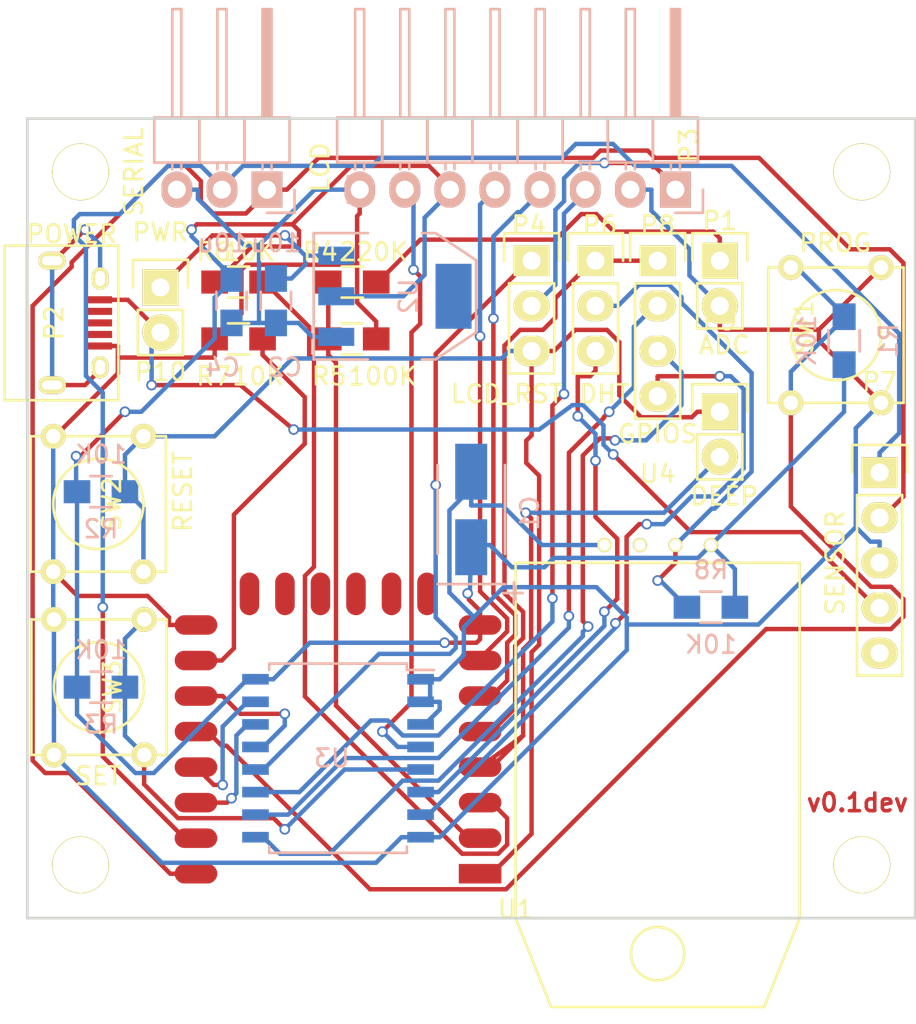
<source format=kicad_pcb>
(kicad_pcb (version 20171130) (host pcbnew "(5.1.12)-1")

  (general
    (thickness 1.6)
    (drawings 5)
    (tracks 546)
    (zones 0)
    (modules 32)
    (nets 42)
  )

  (page A4)
  (layers
    (0 F.Cu signal)
    (31 B.Cu signal)
    (32 B.Adhes user)
    (33 F.Adhes user)
    (34 B.Paste user)
    (35 F.Paste user)
    (36 B.SilkS user)
    (37 F.SilkS user)
    (38 B.Mask user)
    (39 F.Mask user)
    (40 Dwgs.User user)
    (41 Cmts.User user)
    (42 Eco1.User user)
    (43 Eco2.User user)
    (44 Edge.Cuts user)
    (45 Margin user)
    (46 B.CrtYd user)
    (47 F.CrtYd user)
    (48 B.Fab user)
    (49 F.Fab user)
  )

  (setup
    (last_trace_width 0.25)
    (trace_clearance 0.2)
    (zone_clearance 0.45)
    (zone_45_only no)
    (trace_min 0.2)
    (via_size 0.6)
    (via_drill 0.4)
    (via_min_size 0.4)
    (via_min_drill 0.3)
    (uvia_size 0.3)
    (uvia_drill 0.1)
    (uvias_allowed no)
    (uvia_min_size 0.2)
    (uvia_min_drill 0.1)
    (edge_width 0.15)
    (segment_width 0.2)
    (pcb_text_width 0.3)
    (pcb_text_size 1.5 1.5)
    (mod_edge_width 0.15)
    (mod_text_size 1 1)
    (mod_text_width 0.15)
    (pad_size 1.524 1.524)
    (pad_drill 0.762)
    (pad_to_mask_clearance 0.2)
    (aux_axis_origin 0 0)
    (visible_elements 7FFFFFFF)
    (pcbplotparams
      (layerselection 0x010f0_ffffffff)
      (usegerberextensions true)
      (usegerberattributes true)
      (usegerberadvancedattributes true)
      (creategerberjobfile true)
      (excludeedgelayer true)
      (linewidth 0.100000)
      (plotframeref false)
      (viasonmask false)
      (mode 1)
      (useauxorigin false)
      (hpglpennumber 1)
      (hpglpenspeed 20)
      (hpglpendiameter 15.000000)
      (psnegative false)
      (psa4output false)
      (plotreference true)
      (plotvalue true)
      (plotinvisibletext false)
      (padsonsilk false)
      (subtractmaskfromsilk false)
      (outputformat 1)
      (mirror false)
      (drillshape 0)
      (scaleselection 1)
      (outputdirectory "GERBERS/"))
  )

  (net 0 "")
  (net 1 +3V3)
  (net 2 GND)
  (net 3 +5V)
  (net 4 "Net-(P1-Pad1)")
  (net 5 "Net-(P2-Pad6)")
  (net 6 "Net-(P3-Pad1)")
  (net 7 "Net-(P3-Pad3)")
  (net 8 "Net-(P3-Pad4)")
  (net 9 "Net-(P3-Pad5)")
  (net 10 LIGHT)
  (net 11 "Net-(P4-Pad1)")
  (net 12 RESET)
  (net 13 TX)
  (net 14 RX)
  (net 15 DHT_GPIO)
  (net 16 "Net-(P6-Pad2)")
  (net 17 DHT_EXT)
  (net 18 ADC)
  (net 19 P5)
  (net 20 P4)
  (net 21 P3)
  (net 22 PROG)
  (net 23 SET)
  (net 24 "Net-(R6-Pad1)")
  (net 25 "Net-(R7-Pad1)")
  (net 26 "Net-(U1-Pad17)")
  (net 27 "Net-(U1-Pad19)")
  (net 28 "Net-(U1-Pad20)")
  (net 29 GPIO16)
  (net 30 "Net-(C2-Pad1)")
  (net 31 "Net-(P2-Pad2)")
  (net 32 "Net-(P2-Pad3)")
  (net 33 "Net-(P2-Pad4)")
  (net 34 "Net-(P7-Pad5)")
  (net 35 "Net-(U1-Pad9)")
  (net 36 "Net-(U1-Pad10)")
  (net 37 "Net-(U1-Pad11)")
  (net 38 "Net-(U1-Pad12)")
  (net 39 "Net-(U1-Pad13)")
  (net 40 "Net-(U1-Pad14)")
  (net 41 "Net-(U4-Pad3)")

  (net_class Default "This is the default net class."
    (clearance 0.2)
    (trace_width 0.25)
    (via_dia 0.6)
    (via_drill 0.4)
    (uvia_dia 0.3)
    (uvia_drill 0.1)
    (add_net +3V3)
    (add_net +5V)
    (add_net ADC)
    (add_net DHT_EXT)
    (add_net DHT_GPIO)
    (add_net GND)
    (add_net GPIO16)
    (add_net LIGHT)
    (add_net "Net-(C2-Pad1)")
    (add_net "Net-(P1-Pad1)")
    (add_net "Net-(P2-Pad2)")
    (add_net "Net-(P2-Pad3)")
    (add_net "Net-(P2-Pad4)")
    (add_net "Net-(P2-Pad6)")
    (add_net "Net-(P3-Pad1)")
    (add_net "Net-(P3-Pad3)")
    (add_net "Net-(P3-Pad4)")
    (add_net "Net-(P3-Pad5)")
    (add_net "Net-(P4-Pad1)")
    (add_net "Net-(P6-Pad2)")
    (add_net "Net-(P7-Pad5)")
    (add_net "Net-(R6-Pad1)")
    (add_net "Net-(R7-Pad1)")
    (add_net "Net-(U1-Pad10)")
    (add_net "Net-(U1-Pad11)")
    (add_net "Net-(U1-Pad12)")
    (add_net "Net-(U1-Pad13)")
    (add_net "Net-(U1-Pad14)")
    (add_net "Net-(U1-Pad17)")
    (add_net "Net-(U1-Pad19)")
    (add_net "Net-(U1-Pad20)")
    (add_net "Net-(U1-Pad9)")
    (add_net "Net-(U4-Pad3)")
    (add_net P3)
    (add_net P4)
    (add_net P5)
    (add_net PROG)
    (add_net RESET)
    (add_net RX)
    (add_net SET)
    (add_net TX)
  )

  (module Capacitors_SMD:C_0805_HandSoldering (layer B.Cu) (tedit 56EECAC3) (tstamp 56EC7617)
    (at 53.5 41.25 270)
    (descr "Capacitor SMD 0805, hand soldering")
    (tags "capacitor 0805")
    (path /56EB38E0)
    (attr smd)
    (fp_text reference C2 (at 3.75 -0.5) (layer B.SilkS)
      (effects (font (size 1 1) (thickness 0.15)) (justify mirror))
    )
    (fp_text value 10u (at -3.25 0) (layer B.SilkS)
      (effects (font (size 1 1) (thickness 0.15)) (justify mirror))
    )
    (fp_line (start -0.5 -0.85) (end 0.5 -0.85) (layer B.SilkS) (width 0.15))
    (fp_line (start 0.5 0.85) (end -0.5 0.85) (layer B.SilkS) (width 0.15))
    (fp_line (start 2.3 1) (end 2.3 -1) (layer B.CrtYd) (width 0.05))
    (fp_line (start -2.3 1) (end -2.3 -1) (layer B.CrtYd) (width 0.05))
    (fp_line (start -2.3 -1) (end 2.3 -1) (layer B.CrtYd) (width 0.05))
    (fp_line (start -2.3 1) (end 2.3 1) (layer B.CrtYd) (width 0.05))
    (pad 1 smd rect (at -1.25 0 270) (size 1.5 1.25) (layers B.Cu B.Paste B.Mask)
      (net 30 "Net-(C2-Pad1)"))
    (pad 2 smd rect (at 1.25 0 270) (size 1.5 1.25) (layers B.Cu B.Paste B.Mask)
      (net 2 GND))
    (model Capacitors_SMD.3dshapes/C_0805_HandSoldering.wrl
      (at (xyz 0 0 0))
      (scale (xyz 1 1 1))
      (rotate (xyz 0 0 0))
    )
  )

  (module Pin_Headers:Pin_Header_Straight_1x02 (layer F.Cu) (tedit 56EEC7F8) (tstamp 56EC7634)
    (at 78.5 39)
    (descr "Through hole pin header")
    (tags "pin header")
    (path /56EB7D07)
    (fp_text reference P1 (at 0 -2.25) (layer F.SilkS)
      (effects (font (size 1 1) (thickness 0.15)))
    )
    (fp_text value ADC (at 0.25 4.75) (layer F.SilkS)
      (effects (font (size 1 1) (thickness 0.15)))
    )
    (fp_line (start -1.27 3.81) (end 1.27 3.81) (layer F.SilkS) (width 0.15))
    (fp_line (start -1.27 1.27) (end -1.27 3.81) (layer F.SilkS) (width 0.15))
    (fp_line (start -1.55 -1.55) (end 1.55 -1.55) (layer F.SilkS) (width 0.15))
    (fp_line (start -1.55 0) (end -1.55 -1.55) (layer F.SilkS) (width 0.15))
    (fp_line (start 1.27 1.27) (end -1.27 1.27) (layer F.SilkS) (width 0.15))
    (fp_line (start -1.75 4.3) (end 1.75 4.3) (layer F.CrtYd) (width 0.05))
    (fp_line (start -1.75 -1.75) (end 1.75 -1.75) (layer F.CrtYd) (width 0.05))
    (fp_line (start 1.75 -1.75) (end 1.75 4.3) (layer F.CrtYd) (width 0.05))
    (fp_line (start -1.75 -1.75) (end -1.75 4.3) (layer F.CrtYd) (width 0.05))
    (fp_line (start 1.55 -1.55) (end 1.55 0) (layer F.SilkS) (width 0.15))
    (fp_line (start 1.27 1.27) (end 1.27 3.81) (layer F.SilkS) (width 0.15))
    (pad 1 thru_hole rect (at 0 0) (size 2.032 2.032) (drill 1.016) (layers *.Cu *.Mask F.SilkS)
      (net 4 "Net-(P1-Pad1)"))
    (pad 2 thru_hole oval (at 0 2.54) (size 2.032 2.032) (drill 1.016) (layers *.Cu *.Mask F.SilkS)
      (net 2 GND))
    (model Pin_Headers.3dshapes/Pin_Header_Straight_1x02.wrl
      (offset (xyz 0 -1.269999980926514 0))
      (scale (xyz 1 1 1))
      (rotate (xyz 0 0 90))
    )
  )

  (module Connect:USB_Micro-B (layer F.Cu) (tedit 56EEC827) (tstamp 56EC764A)
    (at 42.0375 42.5 270)
    (descr "Micro USB Type B Receptacle")
    (tags "USB USB_B USB_micro USB_OTG")
    (path /56EB3677)
    (attr smd)
    (fp_text reference P2 (at 0 1.03746 270) (layer F.SilkS)
      (effects (font (size 1 1) (thickness 0.15)))
    )
    (fp_text value POWER (at -5 0.03746) (layer F.SilkS)
      (effects (font (size 1 1) (thickness 0.15)))
    )
    (fp_line (start -4.3509 3.81746) (end -4.3509 -2.58754) (layer F.SilkS) (width 0.15))
    (fp_line (start 4.3491 2.58746) (end -4.3509 2.58746) (layer F.SilkS) (width 0.15))
    (fp_line (start 4.3491 -2.58754) (end 4.3491 3.81746) (layer F.SilkS) (width 0.15))
    (fp_line (start -4.3509 -2.58754) (end 4.3491 -2.58754) (layer F.SilkS) (width 0.15))
    (fp_line (start -4.3509 3.81746) (end 4.3491 3.81746) (layer F.SilkS) (width 0.15))
    (fp_line (start -4.6 4.05) (end -4.6 -2.8) (layer F.CrtYd) (width 0.05))
    (fp_line (start 4.6 4.05) (end -4.6 4.05) (layer F.CrtYd) (width 0.05))
    (fp_line (start 4.6 -2.8) (end 4.6 4.05) (layer F.CrtYd) (width 0.05))
    (fp_line (start -4.6 -2.8) (end 4.6 -2.8) (layer F.CrtYd) (width 0.05))
    (pad 1 smd rect (at -1.3009 -1.56254) (size 1.35 0.4) (layers F.Cu F.Paste F.Mask)
      (net 3 +5V))
    (pad 2 smd rect (at -0.6509 -1.56254) (size 1.35 0.4) (layers F.Cu F.Paste F.Mask)
      (net 31 "Net-(P2-Pad2)"))
    (pad 3 smd rect (at -0.0009 -1.56254) (size 1.35 0.4) (layers F.Cu F.Paste F.Mask)
      (net 32 "Net-(P2-Pad3)"))
    (pad 4 smd rect (at 0.6491 -1.56254) (size 1.35 0.4) (layers F.Cu F.Paste F.Mask)
      (net 33 "Net-(P2-Pad4)"))
    (pad 5 smd rect (at 1.2991 -1.56254) (size 1.35 0.4) (layers F.Cu F.Paste F.Mask)
      (net 2 GND))
    (pad 6 thru_hole oval (at -2.5009 -1.56254) (size 0.95 1.25) (drill oval 0.55 0.85) (layers *.Cu *.Mask F.SilkS)
      (net 5 "Net-(P2-Pad6)"))
    (pad 6 thru_hole oval (at 2.4991 -1.56254) (size 0.95 1.25) (drill oval 0.55 0.85) (layers *.Cu *.Mask F.SilkS)
      (net 5 "Net-(P2-Pad6)"))
    (pad 6 thru_hole oval (at -3.5009 1.13746) (size 1.55 1) (drill oval 1.15 0.5) (layers *.Cu *.Mask F.SilkS)
      (net 5 "Net-(P2-Pad6)"))
    (pad 6 thru_hole oval (at 3.4991 1.13746) (size 1.55 1) (drill oval 1.15 0.5) (layers *.Cu *.Mask F.SilkS)
      (net 5 "Net-(P2-Pad6)"))
  )

  (module Pin_Headers:Pin_Header_Angled_1x08 (layer B.Cu) (tedit 56EECB44) (tstamp 56EC76A9)
    (at 76 35 90)
    (descr "Through hole pin header")
    (tags "pin header")
    (path /56EB066C)
    (fp_text reference P3 (at 2.5 0.75 270) (layer F.SilkS)
      (effects (font (size 1 1) (thickness 0.15)))
    )
    (fp_text value LCD (at 1.25 -20 270) (layer F.SilkS)
      (effects (font (size 1 1) (thickness 0.15)))
    )
    (fp_line (start 1.524 -3.81) (end 4.064 -3.81) (layer B.SilkS) (width 0.15))
    (fp_line (start 1.524 -3.81) (end 1.524 -6.35) (layer B.SilkS) (width 0.15))
    (fp_line (start 1.524 -6.35) (end 4.064 -6.35) (layer B.SilkS) (width 0.15))
    (fp_line (start 4.064 -4.826) (end 10.16 -4.826) (layer B.SilkS) (width 0.15))
    (fp_line (start 10.16 -4.826) (end 10.16 -5.334) (layer B.SilkS) (width 0.15))
    (fp_line (start 10.16 -5.334) (end 4.064 -5.334) (layer B.SilkS) (width 0.15))
    (fp_line (start 4.064 -6.35) (end 4.064 -3.81) (layer B.SilkS) (width 0.15))
    (fp_line (start 4.064 -8.89) (end 4.064 -6.35) (layer B.SilkS) (width 0.15))
    (fp_line (start 10.16 -7.874) (end 4.064 -7.874) (layer B.SilkS) (width 0.15))
    (fp_line (start 10.16 -7.366) (end 10.16 -7.874) (layer B.SilkS) (width 0.15))
    (fp_line (start 4.064 -7.366) (end 10.16 -7.366) (layer B.SilkS) (width 0.15))
    (fp_line (start 1.524 -8.89) (end 4.064 -8.89) (layer B.SilkS) (width 0.15))
    (fp_line (start 1.524 -6.35) (end 1.524 -8.89) (layer B.SilkS) (width 0.15))
    (fp_line (start 1.524 -6.35) (end 4.064 -6.35) (layer B.SilkS) (width 0.15))
    (fp_line (start 1.524 -11.43) (end 4.064 -11.43) (layer B.SilkS) (width 0.15))
    (fp_line (start 1.524 -11.43) (end 1.524 -13.97) (layer B.SilkS) (width 0.15))
    (fp_line (start 1.524 -13.97) (end 4.064 -13.97) (layer B.SilkS) (width 0.15))
    (fp_line (start 4.064 -12.446) (end 10.16 -12.446) (layer B.SilkS) (width 0.15))
    (fp_line (start 10.16 -12.446) (end 10.16 -12.954) (layer B.SilkS) (width 0.15))
    (fp_line (start 10.16 -12.954) (end 4.064 -12.954) (layer B.SilkS) (width 0.15))
    (fp_line (start 4.064 -13.97) (end 4.064 -11.43) (layer B.SilkS) (width 0.15))
    (fp_line (start 4.064 -11.43) (end 4.064 -8.89) (layer B.SilkS) (width 0.15))
    (fp_line (start 10.16 -10.414) (end 4.064 -10.414) (layer B.SilkS) (width 0.15))
    (fp_line (start 10.16 -9.906) (end 10.16 -10.414) (layer B.SilkS) (width 0.15))
    (fp_line (start 4.064 -9.906) (end 10.16 -9.906) (layer B.SilkS) (width 0.15))
    (fp_line (start 1.524 -11.43) (end 4.064 -11.43) (layer B.SilkS) (width 0.15))
    (fp_line (start 1.524 -8.89) (end 1.524 -11.43) (layer B.SilkS) (width 0.15))
    (fp_line (start 1.524 -8.89) (end 4.064 -8.89) (layer B.SilkS) (width 0.15))
    (fp_line (start 1.524 1.27) (end 1.524 -1.27) (layer B.SilkS) (width 0.15))
    (fp_line (start 1.524 -1.27) (end 4.064 -1.27) (layer B.SilkS) (width 0.15))
    (fp_line (start 4.064 0.254) (end 10.16 0.254) (layer B.SilkS) (width 0.15))
    (fp_line (start 10.16 0.254) (end 10.16 -0.254) (layer B.SilkS) (width 0.15))
    (fp_line (start 10.16 -0.254) (end 4.064 -0.254) (layer B.SilkS) (width 0.15))
    (fp_line (start 4.064 -1.27) (end 4.064 1.27) (layer B.SilkS) (width 0.15))
    (fp_line (start 4.064 -3.81) (end 4.064 -1.27) (layer B.SilkS) (width 0.15))
    (fp_line (start 10.16 -2.794) (end 4.064 -2.794) (layer B.SilkS) (width 0.15))
    (fp_line (start 10.16 -2.286) (end 10.16 -2.794) (layer B.SilkS) (width 0.15))
    (fp_line (start 4.064 -2.286) (end 10.16 -2.286) (layer B.SilkS) (width 0.15))
    (fp_line (start 1.524 -3.81) (end 4.064 -3.81) (layer B.SilkS) (width 0.15))
    (fp_line (start 1.524 -1.27) (end 1.524 -3.81) (layer B.SilkS) (width 0.15))
    (fp_line (start 1.524 -1.27) (end 4.064 -1.27) (layer B.SilkS) (width 0.15))
    (fp_line (start 1.524 1.27) (end 4.064 1.27) (layer B.SilkS) (width 0.15))
    (fp_line (start 1.524 -19.05) (end 4.064 -19.05) (layer B.SilkS) (width 0.15))
    (fp_line (start 1.524 -16.51) (end 4.064 -16.51) (layer B.SilkS) (width 0.15))
    (fp_line (start 1.524 -16.51) (end 1.524 -19.05) (layer B.SilkS) (width 0.15))
    (fp_line (start 4.064 -17.526) (end 10.16 -17.526) (layer B.SilkS) (width 0.15))
    (fp_line (start 10.16 -17.526) (end 10.16 -18.034) (layer B.SilkS) (width 0.15))
    (fp_line (start 10.16 -18.034) (end 4.064 -18.034) (layer B.SilkS) (width 0.15))
    (fp_line (start 4.064 -19.05) (end 4.064 -16.51) (layer B.SilkS) (width 0.15))
    (fp_line (start 4.064 -16.51) (end 4.064 -13.97) (layer B.SilkS) (width 0.15))
    (fp_line (start 10.16 -15.494) (end 4.064 -15.494) (layer B.SilkS) (width 0.15))
    (fp_line (start 10.16 -14.986) (end 10.16 -15.494) (layer B.SilkS) (width 0.15))
    (fp_line (start 4.064 -14.986) (end 10.16 -14.986) (layer B.SilkS) (width 0.15))
    (fp_line (start 1.524 -16.51) (end 4.064 -16.51) (layer B.SilkS) (width 0.15))
    (fp_line (start 1.524 -13.97) (end 1.524 -16.51) (layer B.SilkS) (width 0.15))
    (fp_line (start 1.524 -13.97) (end 4.064 -13.97) (layer B.SilkS) (width 0.15))
    (fp_line (start 1.524 -7.366) (end 1.143 -7.366) (layer B.SilkS) (width 0.15))
    (fp_line (start 1.524 -7.874) (end 1.143 -7.874) (layer B.SilkS) (width 0.15))
    (fp_line (start 1.524 -9.906) (end 1.143 -9.906) (layer B.SilkS) (width 0.15))
    (fp_line (start 1.524 -10.414) (end 1.143 -10.414) (layer B.SilkS) (width 0.15))
    (fp_line (start 1.524 -12.446) (end 1.143 -12.446) (layer B.SilkS) (width 0.15))
    (fp_line (start 1.524 -12.954) (end 1.143 -12.954) (layer B.SilkS) (width 0.15))
    (fp_line (start 1.524 -14.986) (end 1.143 -14.986) (layer B.SilkS) (width 0.15))
    (fp_line (start 1.524 -15.494) (end 1.143 -15.494) (layer B.SilkS) (width 0.15))
    (fp_line (start 1.524 -5.334) (end 1.143 -5.334) (layer B.SilkS) (width 0.15))
    (fp_line (start 1.524 -4.826) (end 1.143 -4.826) (layer B.SilkS) (width 0.15))
    (fp_line (start 1.524 -2.794) (end 1.143 -2.794) (layer B.SilkS) (width 0.15))
    (fp_line (start 1.524 -2.286) (end 1.143 -2.286) (layer B.SilkS) (width 0.15))
    (fp_line (start 1.524 -0.254) (end 1.143 -0.254) (layer B.SilkS) (width 0.15))
    (fp_line (start 1.524 0.254) (end 1.143 0.254) (layer B.SilkS) (width 0.15))
    (fp_line (start 1.524 -18.034) (end 1.143 -18.034) (layer B.SilkS) (width 0.15))
    (fp_line (start 1.524 -17.526) (end 1.143 -17.526) (layer B.SilkS) (width 0.15))
    (fp_line (start 4.191 0) (end 10.033 0) (layer B.SilkS) (width 0.15))
    (fp_line (start 4.191 -0.127) (end 4.191 0) (layer B.SilkS) (width 0.15))
    (fp_line (start 10.033 -0.127) (end 4.191 -0.127) (layer B.SilkS) (width 0.15))
    (fp_line (start 10.033 0.127) (end 10.033 -0.127) (layer B.SilkS) (width 0.15))
    (fp_line (start 4.191 0.127) (end 10.033 0.127) (layer B.SilkS) (width 0.15))
    (fp_line (start 0 1.55) (end -1.3 1.55) (layer B.SilkS) (width 0.15))
    (fp_line (start -1.3 1.55) (end -1.3 0) (layer B.SilkS) (width 0.15))
    (fp_line (start -1.5 -19.55) (end 10.65 -19.55) (layer B.CrtYd) (width 0.05))
    (fp_line (start -1.5 1.75) (end 10.65 1.75) (layer B.CrtYd) (width 0.05))
    (fp_line (start 10.65 1.75) (end 10.65 -19.55) (layer B.CrtYd) (width 0.05))
    (fp_line (start -1.5 1.75) (end -1.5 -19.55) (layer B.CrtYd) (width 0.05))
    (pad 1 thru_hole rect (at 0 0 90) (size 2.032 1.7272) (drill 1.016) (layers *.Cu *.Mask B.SilkS)
      (net 6 "Net-(P3-Pad1)"))
    (pad 2 thru_hole oval (at 0 -2.54 90) (size 2.032 1.7272) (drill 1.016) (layers *.Cu *.Mask B.SilkS)
      (net 2 GND))
    (pad 3 thru_hole oval (at 0 -5.08 90) (size 2.032 1.7272) (drill 1.016) (layers *.Cu *.Mask B.SilkS)
      (net 7 "Net-(P3-Pad3)"))
    (pad 4 thru_hole oval (at 0 -7.62 90) (size 2.032 1.7272) (drill 1.016) (layers *.Cu *.Mask B.SilkS)
      (net 8 "Net-(P3-Pad4)"))
    (pad 5 thru_hole oval (at 0 -10.16 90) (size 2.032 1.7272) (drill 1.016) (layers *.Cu *.Mask B.SilkS)
      (net 9 "Net-(P3-Pad5)"))
    (pad 6 thru_hole oval (at 0 -12.7 90) (size 2.032 1.7272) (drill 1.016) (layers *.Cu *.Mask B.SilkS)
      (net 1 +3V3))
    (pad 7 thru_hole oval (at 0 -15.24 90) (size 2.032 1.7272) (drill 1.016) (layers *.Cu *.Mask B.SilkS)
      (net 10 LIGHT))
    (pad 8 thru_hole oval (at 0 -17.78 90) (size 2.032 1.7272) (drill 1.016) (layers *.Cu *.Mask B.SilkS)
      (net 2 GND))
    (model Pin_Headers.3dshapes/Pin_Header_Angled_1x08.wrl
      (offset (xyz 0 -8.889999866485596 0))
      (scale (xyz 1 1 1))
      (rotate (xyz 0 0 90))
    )
  )

  (module Pin_Headers:Pin_Header_Straight_1x03 (layer F.Cu) (tedit 56EEC812) (tstamp 56EC76BB)
    (at 67.9 39)
    (descr "Through hole pin header")
    (tags "pin header")
    (path /56EB09E2)
    (fp_text reference P4 (at -0.15 -2) (layer F.SilkS)
      (effects (font (size 1 1) (thickness 0.15)))
    )
    (fp_text value LCD_RST (at -1.4 7.5) (layer F.SilkS)
      (effects (font (size 1 1) (thickness 0.15)))
    )
    (fp_line (start -1.55 -1.55) (end 1.55 -1.55) (layer F.SilkS) (width 0.15))
    (fp_line (start -1.55 0) (end -1.55 -1.55) (layer F.SilkS) (width 0.15))
    (fp_line (start 1.27 1.27) (end -1.27 1.27) (layer F.SilkS) (width 0.15))
    (fp_line (start 1.55 -1.55) (end 1.55 0) (layer F.SilkS) (width 0.15))
    (fp_line (start 1.27 6.35) (end 1.27 1.27) (layer F.SilkS) (width 0.15))
    (fp_line (start -1.27 6.35) (end 1.27 6.35) (layer F.SilkS) (width 0.15))
    (fp_line (start -1.27 1.27) (end -1.27 6.35) (layer F.SilkS) (width 0.15))
    (fp_line (start -1.75 6.85) (end 1.75 6.85) (layer F.CrtYd) (width 0.05))
    (fp_line (start -1.75 -1.75) (end 1.75 -1.75) (layer F.CrtYd) (width 0.05))
    (fp_line (start 1.75 -1.75) (end 1.75 6.85) (layer F.CrtYd) (width 0.05))
    (fp_line (start -1.75 -1.75) (end -1.75 6.85) (layer F.CrtYd) (width 0.05))
    (pad 1 thru_hole rect (at 0 0) (size 2.032 1.7272) (drill 1.016) (layers *.Cu *.Mask F.SilkS)
      (net 11 "Net-(P4-Pad1)"))
    (pad 2 thru_hole oval (at 0 2.54) (size 2.032 1.7272) (drill 1.016) (layers *.Cu *.Mask F.SilkS)
      (net 6 "Net-(P3-Pad1)"))
    (pad 3 thru_hole oval (at 0 5.08) (size 2.032 1.7272) (drill 1.016) (layers *.Cu *.Mask F.SilkS)
      (net 12 RESET))
    (model Pin_Headers.3dshapes/Pin_Header_Straight_1x03.wrl
      (offset (xyz 0 -2.539999961853027 0))
      (scale (xyz 1 1 1))
      (rotate (xyz 0 0 90))
    )
  )

  (module Pin_Headers:Pin_Header_Angled_1x03 (layer B.Cu) (tedit 56EECB0C) (tstamp 56EC76E8)
    (at 53 35 90)
    (descr "Through hole pin header")
    (tags "pin header")
    (path /56EB03C8)
    (fp_text reference P5 (at 0 5.1 90) (layer B.SilkS)
      (effects (font (size 1 1) (thickness 0.15)) (justify mirror))
    )
    (fp_text value SERIAL (at 1 -7.5 90) (layer F.SilkS)
      (effects (font (size 1 1) (thickness 0.15)))
    )
    (fp_line (start 1.524 -6.35) (end 4.064 -6.35) (layer B.SilkS) (width 0.15))
    (fp_line (start 1.524 -1.27) (end 4.064 -1.27) (layer B.SilkS) (width 0.15))
    (fp_line (start 1.524 -1.27) (end 1.524 -3.81) (layer B.SilkS) (width 0.15))
    (fp_line (start 1.524 -3.81) (end 4.064 -3.81) (layer B.SilkS) (width 0.15))
    (fp_line (start 4.064 -2.286) (end 10.16 -2.286) (layer B.SilkS) (width 0.15))
    (fp_line (start 10.16 -2.286) (end 10.16 -2.794) (layer B.SilkS) (width 0.15))
    (fp_line (start 10.16 -2.794) (end 4.064 -2.794) (layer B.SilkS) (width 0.15))
    (fp_line (start 4.064 -3.81) (end 4.064 -1.27) (layer B.SilkS) (width 0.15))
    (fp_line (start 4.064 -6.35) (end 4.064 -3.81) (layer B.SilkS) (width 0.15))
    (fp_line (start 10.16 -5.334) (end 4.064 -5.334) (layer B.SilkS) (width 0.15))
    (fp_line (start 10.16 -4.826) (end 10.16 -5.334) (layer B.SilkS) (width 0.15))
    (fp_line (start 4.064 -4.826) (end 10.16 -4.826) (layer B.SilkS) (width 0.15))
    (fp_line (start 1.524 -3.81) (end 1.524 -6.35) (layer B.SilkS) (width 0.15))
    (fp_line (start 1.524 -3.81) (end 4.064 -3.81) (layer B.SilkS) (width 0.15))
    (fp_line (start 1.524 1.27) (end 4.064 1.27) (layer B.SilkS) (width 0.15))
    (fp_line (start 1.524 1.27) (end 1.524 -1.27) (layer B.SilkS) (width 0.15))
    (fp_line (start 1.524 -1.27) (end 4.064 -1.27) (layer B.SilkS) (width 0.15))
    (fp_line (start 4.064 0.254) (end 10.16 0.254) (layer B.SilkS) (width 0.15))
    (fp_line (start 10.16 0.254) (end 10.16 -0.254) (layer B.SilkS) (width 0.15))
    (fp_line (start 10.16 -0.254) (end 4.064 -0.254) (layer B.SilkS) (width 0.15))
    (fp_line (start 4.064 -1.27) (end 4.064 1.27) (layer B.SilkS) (width 0.15))
    (fp_line (start 1.524 -5.334) (end 1.143 -5.334) (layer B.SilkS) (width 0.15))
    (fp_line (start 1.524 -4.826) (end 1.143 -4.826) (layer B.SilkS) (width 0.15))
    (fp_line (start 1.524 -2.794) (end 1.143 -2.794) (layer B.SilkS) (width 0.15))
    (fp_line (start 1.524 -2.286) (end 1.143 -2.286) (layer B.SilkS) (width 0.15))
    (fp_line (start 1.524 -0.254) (end 1.143 -0.254) (layer B.SilkS) (width 0.15))
    (fp_line (start 1.524 0.254) (end 1.143 0.254) (layer B.SilkS) (width 0.15))
    (fp_line (start 4.191 0) (end 10.033 0) (layer B.SilkS) (width 0.15))
    (fp_line (start 4.191 -0.127) (end 4.191 0) (layer B.SilkS) (width 0.15))
    (fp_line (start 10.033 -0.127) (end 4.191 -0.127) (layer B.SilkS) (width 0.15))
    (fp_line (start 10.033 0.127) (end 10.033 -0.127) (layer B.SilkS) (width 0.15))
    (fp_line (start 4.191 0.127) (end 10.033 0.127) (layer B.SilkS) (width 0.15))
    (fp_line (start 0 1.55) (end -1.3 1.55) (layer B.SilkS) (width 0.15))
    (fp_line (start -1.3 1.55) (end -1.3 0) (layer B.SilkS) (width 0.15))
    (fp_line (start -1.5 -6.85) (end 10.65 -6.85) (layer B.CrtYd) (width 0.05))
    (fp_line (start -1.5 1.75) (end 10.65 1.75) (layer B.CrtYd) (width 0.05))
    (fp_line (start 10.65 1.75) (end 10.65 -6.85) (layer B.CrtYd) (width 0.05))
    (fp_line (start -1.5 1.75) (end -1.5 -6.85) (layer B.CrtYd) (width 0.05))
    (pad 1 thru_hole rect (at 0 0 90) (size 2.032 1.7272) (drill 1.016) (layers *.Cu *.Mask B.SilkS)
      (net 13 TX))
    (pad 2 thru_hole oval (at 0 -2.54 90) (size 2.032 1.7272) (drill 1.016) (layers *.Cu *.Mask B.SilkS)
      (net 14 RX))
    (pad 3 thru_hole oval (at 0 -5.08 90) (size 2.032 1.7272) (drill 1.016) (layers *.Cu *.Mask B.SilkS)
      (net 2 GND))
    (model Pin_Headers.3dshapes/Pin_Header_Angled_1x03.wrl
      (offset (xyz 0 -2.539999961853027 0))
      (scale (xyz 1 1 1))
      (rotate (xyz 0 0 90))
    )
  )

  (module Pin_Headers:Pin_Header_Straight_1x03 (layer F.Cu) (tedit 56EEC807) (tstamp 56EC76FA)
    (at 71.5 39)
    (descr "Through hole pin header")
    (tags "pin header")
    (path /56EB5F9E)
    (fp_text reference P6 (at 0.25 -2) (layer F.SilkS)
      (effects (font (size 1 1) (thickness 0.15)))
    )
    (fp_text value DHT (at 0.5 7.5) (layer F.SilkS)
      (effects (font (size 1 1) (thickness 0.15)))
    )
    (fp_line (start -1.55 -1.55) (end 1.55 -1.55) (layer F.SilkS) (width 0.15))
    (fp_line (start -1.55 0) (end -1.55 -1.55) (layer F.SilkS) (width 0.15))
    (fp_line (start 1.27 1.27) (end -1.27 1.27) (layer F.SilkS) (width 0.15))
    (fp_line (start 1.55 -1.55) (end 1.55 0) (layer F.SilkS) (width 0.15))
    (fp_line (start 1.27 6.35) (end 1.27 1.27) (layer F.SilkS) (width 0.15))
    (fp_line (start -1.27 6.35) (end 1.27 6.35) (layer F.SilkS) (width 0.15))
    (fp_line (start -1.27 1.27) (end -1.27 6.35) (layer F.SilkS) (width 0.15))
    (fp_line (start -1.75 6.85) (end 1.75 6.85) (layer F.CrtYd) (width 0.05))
    (fp_line (start -1.75 -1.75) (end 1.75 -1.75) (layer F.CrtYd) (width 0.05))
    (fp_line (start 1.75 -1.75) (end 1.75 6.85) (layer F.CrtYd) (width 0.05))
    (fp_line (start -1.75 -1.75) (end -1.75 6.85) (layer F.CrtYd) (width 0.05))
    (pad 1 thru_hole rect (at 0 0) (size 2.032 1.7272) (drill 1.016) (layers *.Cu *.Mask F.SilkS)
      (net 15 DHT_GPIO))
    (pad 2 thru_hole oval (at 0 2.54) (size 2.032 1.7272) (drill 1.016) (layers *.Cu *.Mask F.SilkS)
      (net 16 "Net-(P6-Pad2)"))
    (pad 3 thru_hole oval (at 0 5.08) (size 2.032 1.7272) (drill 1.016) (layers *.Cu *.Mask F.SilkS)
      (net 17 DHT_EXT))
    (model Pin_Headers.3dshapes/Pin_Header_Straight_1x03.wrl
      (offset (xyz 0 -2.539999961853027 0))
      (scale (xyz 1 1 1))
      (rotate (xyz 0 0 90))
    )
  )

  (module Pin_Headers:Pin_Header_Straight_1x05 (layer F.Cu) (tedit 56EEC865) (tstamp 56EC770E)
    (at 87.5 50.92)
    (descr "Through hole pin header")
    (tags "pin header")
    (path /56EB2405)
    (fp_text reference P7 (at 0 -5.1) (layer F.SilkS)
      (effects (font (size 1 1) (thickness 0.15)))
    )
    (fp_text value SENSOR (at -2.5 5.08 90) (layer F.SilkS)
      (effects (font (size 1 1) (thickness 0.15)))
    )
    (fp_line (start 1.27 1.27) (end -1.27 1.27) (layer F.SilkS) (width 0.15))
    (fp_line (start -1.27 11.43) (end -1.27 1.27) (layer F.SilkS) (width 0.15))
    (fp_line (start 1.27 11.43) (end -1.27 11.43) (layer F.SilkS) (width 0.15))
    (fp_line (start 1.27 1.27) (end 1.27 11.43) (layer F.SilkS) (width 0.15))
    (fp_line (start -1.75 11.95) (end 1.75 11.95) (layer F.CrtYd) (width 0.05))
    (fp_line (start -1.75 -1.75) (end 1.75 -1.75) (layer F.CrtYd) (width 0.05))
    (fp_line (start 1.75 -1.75) (end 1.75 11.95) (layer F.CrtYd) (width 0.05))
    (fp_line (start -1.75 -1.75) (end -1.75 11.95) (layer F.CrtYd) (width 0.05))
    (fp_line (start 1.55 -1.55) (end 1.55 0) (layer F.SilkS) (width 0.15))
    (fp_line (start -1.55 -1.55) (end 1.55 -1.55) (layer F.SilkS) (width 0.15))
    (fp_line (start -1.55 0) (end -1.55 -1.55) (layer F.SilkS) (width 0.15))
    (pad 1 thru_hole rect (at 0 0) (size 2.032 1.7272) (drill 1.016) (layers *.Cu *.Mask F.SilkS)
      (net 14 RX))
    (pad 2 thru_hole oval (at 0 2.54) (size 2.032 1.7272) (drill 1.016) (layers *.Cu *.Mask F.SilkS)
      (net 13 TX))
    (pad 3 thru_hole oval (at 0 5.08) (size 2.032 1.7272) (drill 1.016) (layers *.Cu *.Mask F.SilkS)
      (net 2 GND))
    (pad 4 thru_hole oval (at 0 7.62) (size 2.032 1.7272) (drill 1.016) (layers *.Cu *.Mask F.SilkS)
      (net 3 +5V))
    (pad 5 thru_hole oval (at 0 10.16) (size 2.032 1.7272) (drill 1.016) (layers *.Cu *.Mask F.SilkS)
      (net 34 "Net-(P7-Pad5)"))
    (model Pin_Headers.3dshapes/Pin_Header_Straight_1x05.wrl
      (offset (xyz 0 -5.079999923706055 0))
      (scale (xyz 1 1 1))
      (rotate (xyz 0 0 90))
    )
  )

  (module Resistors_SMD:R_0805_HandSoldering (layer B.Cu) (tedit 56EECAAA) (tstamp 56EC772E)
    (at 85.5 43.5 90)
    (descr "Resistor SMD 0805, hand soldering")
    (tags "resistor 0805")
    (path /56EB157E)
    (attr smd)
    (fp_text reference R1 (at 0 2.5 90) (layer B.SilkS)
      (effects (font (size 1 1) (thickness 0.15)) (justify mirror))
    )
    (fp_text value 10K (at 0 -2.1 90) (layer B.SilkS)
      (effects (font (size 1 1) (thickness 0.15)) (justify mirror))
    )
    (fp_line (start -0.6 0.875) (end 0.6 0.875) (layer B.SilkS) (width 0.15))
    (fp_line (start 0.6 -0.875) (end -0.6 -0.875) (layer B.SilkS) (width 0.15))
    (fp_line (start 2.4 1) (end 2.4 -1) (layer B.CrtYd) (width 0.05))
    (fp_line (start -2.4 1) (end -2.4 -1) (layer B.CrtYd) (width 0.05))
    (fp_line (start -2.4 -1) (end 2.4 -1) (layer B.CrtYd) (width 0.05))
    (fp_line (start -2.4 1) (end 2.4 1) (layer B.CrtYd) (width 0.05))
    (pad 1 smd rect (at -1.35 0 90) (size 1.5 1.3) (layers B.Cu B.Paste B.Mask)
      (net 1 +3V3))
    (pad 2 smd rect (at 1.35 0 90) (size 1.5 1.3) (layers B.Cu B.Paste B.Mask)
      (net 22 PROG))
    (model Resistors_SMD.3dshapes/R_0805_HandSoldering.wrl
      (at (xyz 0 0 0))
      (scale (xyz 1 1 1))
      (rotate (xyz 0 0 0))
    )
  )

  (module Resistors_SMD:R_0805_HandSoldering (layer B.Cu) (tedit 56EECAD9) (tstamp 56EC773A)
    (at 43.65 52)
    (descr "Resistor SMD 0805, hand soldering")
    (tags "resistor 0805")
    (path /56EB1A91)
    (attr smd)
    (fp_text reference R2 (at 0 2.1) (layer B.SilkS)
      (effects (font (size 1 1) (thickness 0.15)) (justify mirror))
    )
    (fp_text value 10K (at 0 -2.1) (layer B.SilkS)
      (effects (font (size 1 1) (thickness 0.15)) (justify mirror))
    )
    (fp_line (start -0.6 0.875) (end 0.6 0.875) (layer B.SilkS) (width 0.15))
    (fp_line (start 0.6 -0.875) (end -0.6 -0.875) (layer B.SilkS) (width 0.15))
    (fp_line (start 2.4 1) (end 2.4 -1) (layer B.CrtYd) (width 0.05))
    (fp_line (start -2.4 1) (end -2.4 -1) (layer B.CrtYd) (width 0.05))
    (fp_line (start -2.4 -1) (end 2.4 -1) (layer B.CrtYd) (width 0.05))
    (fp_line (start -2.4 1) (end 2.4 1) (layer B.CrtYd) (width 0.05))
    (pad 1 smd rect (at -1.35 0) (size 1.5 1.3) (layers B.Cu B.Paste B.Mask)
      (net 1 +3V3))
    (pad 2 smd rect (at 1.35 0) (size 1.5 1.3) (layers B.Cu B.Paste B.Mask)
      (net 12 RESET))
    (model Resistors_SMD.3dshapes/R_0805_HandSoldering.wrl
      (at (xyz 0 0 0))
      (scale (xyz 1 1 1))
      (rotate (xyz 0 0 0))
    )
  )

  (module Resistors_SMD:R_0805_HandSoldering (layer B.Cu) (tedit 56EECADD) (tstamp 56EC7746)
    (at 43.65 63)
    (descr "Resistor SMD 0805, hand soldering")
    (tags "resistor 0805")
    (path /56EB219D)
    (attr smd)
    (fp_text reference R3 (at 0 2.1) (layer B.SilkS)
      (effects (font (size 1 1) (thickness 0.15)) (justify mirror))
    )
    (fp_text value 10K (at 0 -2.1) (layer B.SilkS)
      (effects (font (size 1 1) (thickness 0.15)) (justify mirror))
    )
    (fp_line (start -0.6 0.875) (end 0.6 0.875) (layer B.SilkS) (width 0.15))
    (fp_line (start 0.6 -0.875) (end -0.6 -0.875) (layer B.SilkS) (width 0.15))
    (fp_line (start 2.4 1) (end 2.4 -1) (layer B.CrtYd) (width 0.05))
    (fp_line (start -2.4 1) (end -2.4 -1) (layer B.CrtYd) (width 0.05))
    (fp_line (start -2.4 -1) (end 2.4 -1) (layer B.CrtYd) (width 0.05))
    (fp_line (start -2.4 1) (end 2.4 1) (layer B.CrtYd) (width 0.05))
    (pad 1 smd rect (at -1.35 0) (size 1.5 1.3) (layers B.Cu B.Paste B.Mask)
      (net 1 +3V3))
    (pad 2 smd rect (at 1.35 0) (size 1.5 1.3) (layers B.Cu B.Paste B.Mask)
      (net 23 SET))
    (model Resistors_SMD.3dshapes/R_0805_HandSoldering.wrl
      (at (xyz 0 0 0))
      (scale (xyz 1 1 1))
      (rotate (xyz 0 0 0))
    )
  )

  (module Resistors_SMD:R_0805_HandSoldering (layer F.Cu) (tedit 56EEC843) (tstamp 56EC7752)
    (at 57.8 40.2 180)
    (descr "Resistor SMD 0805, hand soldering")
    (tags "resistor 0805")
    (path /56EB75CB)
    (attr smd)
    (fp_text reference R4 (at 1.8 1.7 180) (layer F.SilkS)
      (effects (font (size 1 1) (thickness 0.15)))
    )
    (fp_text value 220K (at -1.2 1.7 180) (layer F.SilkS)
      (effects (font (size 1 1) (thickness 0.15)))
    )
    (fp_line (start -0.6 -0.875) (end 0.6 -0.875) (layer F.SilkS) (width 0.15))
    (fp_line (start 0.6 0.875) (end -0.6 0.875) (layer F.SilkS) (width 0.15))
    (fp_line (start 2.4 -1) (end 2.4 1) (layer F.CrtYd) (width 0.05))
    (fp_line (start -2.4 -1) (end -2.4 1) (layer F.CrtYd) (width 0.05))
    (fp_line (start -2.4 1) (end 2.4 1) (layer F.CrtYd) (width 0.05))
    (fp_line (start -2.4 -1) (end 2.4 -1) (layer F.CrtYd) (width 0.05))
    (pad 1 smd rect (at -1.35 0 180) (size 1.5 1.3) (layers F.Cu F.Paste F.Mask)
      (net 4 "Net-(P1-Pad1)"))
    (pad 2 smd rect (at 1.35 0 180) (size 1.5 1.3) (layers F.Cu F.Paste F.Mask)
      (net 18 ADC))
    (model Resistors_SMD.3dshapes/R_0805_HandSoldering.wrl
      (at (xyz 0 0 0))
      (scale (xyz 1 1 1))
      (rotate (xyz 0 0 0))
    )
  )

  (module Resistors_SMD:R_0805_HandSoldering (layer F.Cu) (tedit 56EEC83D) (tstamp 56EC775E)
    (at 57.8 43.4)
    (descr "Resistor SMD 0805, hand soldering")
    (tags "resistor 0805")
    (path /56EB761D)
    (attr smd)
    (fp_text reference R5 (at -1.3 2.1) (layer F.SilkS)
      (effects (font (size 1 1) (thickness 0.15)))
    )
    (fp_text value 100K (at 1.7 2.1) (layer F.SilkS)
      (effects (font (size 1 1) (thickness 0.15)))
    )
    (fp_line (start -0.6 -0.875) (end 0.6 -0.875) (layer F.SilkS) (width 0.15))
    (fp_line (start 0.6 0.875) (end -0.6 0.875) (layer F.SilkS) (width 0.15))
    (fp_line (start 2.4 -1) (end 2.4 1) (layer F.CrtYd) (width 0.05))
    (fp_line (start -2.4 -1) (end -2.4 1) (layer F.CrtYd) (width 0.05))
    (fp_line (start -2.4 1) (end 2.4 1) (layer F.CrtYd) (width 0.05))
    (fp_line (start -2.4 -1) (end 2.4 -1) (layer F.CrtYd) (width 0.05))
    (pad 1 smd rect (at -1.35 0) (size 1.5 1.3) (layers F.Cu F.Paste F.Mask)
      (net 18 ADC))
    (pad 2 smd rect (at 1.35 0) (size 1.5 1.3) (layers F.Cu F.Paste F.Mask)
      (net 2 GND))
    (model Resistors_SMD.3dshapes/R_0805_HandSoldering.wrl
      (at (xyz 0 0 0))
      (scale (xyz 1 1 1))
      (rotate (xyz 0 0 0))
    )
  )

  (module Resistors_SMD:R_0805_HandSoldering (layer F.Cu) (tedit 56EEC838) (tstamp 56EC776A)
    (at 51.4 40.2 180)
    (descr "Resistor SMD 0805, hand soldering")
    (tags "resistor 0805")
    (path /56EB0BAB)
    (attr smd)
    (fp_text reference R6 (at 1.4 1.7 180) (layer F.SilkS)
      (effects (font (size 1 1) (thickness 0.15)))
    )
    (fp_text value 10K (at -0.6 1.7 180) (layer F.SilkS)
      (effects (font (size 1 1) (thickness 0.15)))
    )
    (fp_line (start -0.6 -0.875) (end 0.6 -0.875) (layer F.SilkS) (width 0.15))
    (fp_line (start 0.6 0.875) (end -0.6 0.875) (layer F.SilkS) (width 0.15))
    (fp_line (start 2.4 -1) (end 2.4 1) (layer F.CrtYd) (width 0.05))
    (fp_line (start -2.4 -1) (end -2.4 1) (layer F.CrtYd) (width 0.05))
    (fp_line (start -2.4 1) (end 2.4 1) (layer F.CrtYd) (width 0.05))
    (fp_line (start -2.4 -1) (end 2.4 -1) (layer F.CrtYd) (width 0.05))
    (pad 1 smd rect (at -1.35 0 180) (size 1.5 1.3) (layers F.Cu F.Paste F.Mask)
      (net 24 "Net-(R6-Pad1)"))
    (pad 2 smd rect (at 1.35 0 180) (size 1.5 1.3) (layers F.Cu F.Paste F.Mask)
      (net 1 +3V3))
    (model Resistors_SMD.3dshapes/R_0805_HandSoldering.wrl
      (at (xyz 0 0 0))
      (scale (xyz 1 1 1))
      (rotate (xyz 0 0 0))
    )
  )

  (module Resistors_SMD:R_0805_HandSoldering (layer F.Cu) (tedit 56EEC834) (tstamp 56EC7776)
    (at 51.4 43.4 180)
    (descr "Resistor SMD 0805, hand soldering")
    (tags "resistor 0805")
    (path /56EB0544)
    (attr smd)
    (fp_text reference R7 (at 1.4 -2.1 180) (layer F.SilkS)
      (effects (font (size 1 1) (thickness 0.15)))
    )
    (fp_text value 10K (at -1.1 -2.1 180) (layer F.SilkS)
      (effects (font (size 1 1) (thickness 0.15)))
    )
    (fp_line (start -0.6 -0.875) (end 0.6 -0.875) (layer F.SilkS) (width 0.15))
    (fp_line (start 0.6 0.875) (end -0.6 0.875) (layer F.SilkS) (width 0.15))
    (fp_line (start 2.4 -1) (end 2.4 1) (layer F.CrtYd) (width 0.05))
    (fp_line (start -2.4 -1) (end -2.4 1) (layer F.CrtYd) (width 0.05))
    (fp_line (start -2.4 1) (end 2.4 1) (layer F.CrtYd) (width 0.05))
    (fp_line (start -2.4 -1) (end 2.4 -1) (layer F.CrtYd) (width 0.05))
    (pad 1 smd rect (at -1.35 0 180) (size 1.5 1.3) (layers F.Cu F.Paste F.Mask)
      (net 25 "Net-(R7-Pad1)"))
    (pad 2 smd rect (at 1.35 0 180) (size 1.5 1.3) (layers F.Cu F.Paste F.Mask)
      (net 2 GND))
    (model Resistors_SMD.3dshapes/R_0805_HandSoldering.wrl
      (at (xyz 0 0 0))
      (scale (xyz 1 1 1))
      (rotate (xyz 0 0 0))
    )
  )

  (module Resistors_SMD:R_0805_HandSoldering (layer B.Cu) (tedit 56EECAD2) (tstamp 56EC7782)
    (at 78 58.5 180)
    (descr "Resistor SMD 0805, hand soldering")
    (tags "resistor 0805")
    (path /56EC6E83)
    (attr smd)
    (fp_text reference R8 (at 0 2.1 180) (layer B.SilkS)
      (effects (font (size 1 1) (thickness 0.15)) (justify mirror))
    )
    (fp_text value 10K (at 0 -2.1 180) (layer B.SilkS)
      (effects (font (size 1 1) (thickness 0.15)) (justify mirror))
    )
    (fp_line (start -0.6 0.875) (end 0.6 0.875) (layer B.SilkS) (width 0.15))
    (fp_line (start 0.6 -0.875) (end -0.6 -0.875) (layer B.SilkS) (width 0.15))
    (fp_line (start 2.4 1) (end 2.4 -1) (layer B.CrtYd) (width 0.05))
    (fp_line (start -2.4 1) (end -2.4 -1) (layer B.CrtYd) (width 0.05))
    (fp_line (start -2.4 -1) (end 2.4 -1) (layer B.CrtYd) (width 0.05))
    (fp_line (start -2.4 1) (end 2.4 1) (layer B.CrtYd) (width 0.05))
    (pad 1 smd rect (at -1.35 0 180) (size 1.5 1.3) (layers B.Cu B.Paste B.Mask)
      (net 1 +3V3))
    (pad 2 smd rect (at 1.35 0 180) (size 1.5 1.3) (layers B.Cu B.Paste B.Mask)
      (net 16 "Net-(P6-Pad2)"))
    (model Resistors_SMD.3dshapes/R_0805_HandSoldering.wrl
      (at (xyz 0 0 0))
      (scale (xyz 1 1 1))
      (rotate (xyz 0 0 0))
    )
  )

  (module Buttons_Switches_ThroughHole:SW_PUSH_SMALL (layer F.Cu) (tedit 56EEC869) (tstamp 56EC778F)
    (at 85.04 43.19 90)
    (path /56EB1356)
    (fp_text reference SW1 (at 0.44 -1.79 90) (layer F.SilkS)
      (effects (font (size 1 1) (thickness 0.15)))
    )
    (fp_text value PROG (at 5.19 -0.04 180) (layer F.SilkS)
      (effects (font (size 1 1) (thickness 0.15)))
    )
    (fp_line (start -3.81 -3.81) (end -3.81 3.81) (layer F.SilkS) (width 0.15))
    (fp_line (start 3.81 3.81) (end -3.81 3.81) (layer F.SilkS) (width 0.15))
    (fp_line (start 3.81 -3.81) (end 3.81 3.81) (layer F.SilkS) (width 0.15))
    (fp_line (start -3.81 -3.81) (end 3.81 -3.81) (layer F.SilkS) (width 0.15))
    (fp_circle (center 0 0) (end 0 -2.54) (layer F.SilkS) (width 0.15))
    (pad 1 thru_hole circle (at 3.81 -2.54 90) (size 1.397 1.397) (drill 0.8128) (layers *.Cu *.Mask F.SilkS)
      (net 22 PROG))
    (pad 2 thru_hole circle (at 3.81 2.54 90) (size 1.397 1.397) (drill 0.8128) (layers *.Cu *.Mask F.SilkS)
      (net 2 GND))
    (pad 1 thru_hole circle (at -3.81 -2.54 90) (size 1.397 1.397) (drill 0.8128) (layers *.Cu *.Mask F.SilkS)
      (net 22 PROG))
    (pad 2 thru_hole circle (at -3.81 2.54 90) (size 1.397 1.397) (drill 0.8128) (layers *.Cu *.Mask F.SilkS)
      (net 2 GND))
  )

  (module Buttons_Switches_ThroughHole:SW_PUSH_SMALL (layer F.Cu) (tedit 56EEC820) (tstamp 56EC779C)
    (at 43.5 52.69 270)
    (path /56EB1AC3)
    (fp_text reference SW2 (at 0 -0.762 270) (layer F.SilkS)
      (effects (font (size 1 1) (thickness 0.15)))
    )
    (fp_text value RESET (at -0.69 -4.75 270) (layer F.SilkS)
      (effects (font (size 1 1) (thickness 0.15)))
    )
    (fp_line (start -3.81 -3.81) (end -3.81 3.81) (layer F.SilkS) (width 0.15))
    (fp_line (start 3.81 3.81) (end -3.81 3.81) (layer F.SilkS) (width 0.15))
    (fp_line (start 3.81 -3.81) (end 3.81 3.81) (layer F.SilkS) (width 0.15))
    (fp_line (start -3.81 -3.81) (end 3.81 -3.81) (layer F.SilkS) (width 0.15))
    (fp_circle (center 0 0) (end 0 -2.54) (layer F.SilkS) (width 0.15))
    (pad 1 thru_hole circle (at 3.81 -2.54 270) (size 1.397 1.397) (drill 0.8128) (layers *.Cu *.Mask F.SilkS)
      (net 12 RESET))
    (pad 2 thru_hole circle (at 3.81 2.54 270) (size 1.397 1.397) (drill 0.8128) (layers *.Cu *.Mask F.SilkS)
      (net 2 GND))
    (pad 1 thru_hole circle (at -3.81 -2.54 270) (size 1.397 1.397) (drill 0.8128) (layers *.Cu *.Mask F.SilkS)
      (net 12 RESET))
    (pad 2 thru_hole circle (at -3.81 2.54 270) (size 1.397 1.397) (drill 0.8128) (layers *.Cu *.Mask F.SilkS)
      (net 2 GND))
  )

  (module Buttons_Switches_ThroughHole:SW_PUSH_SMALL (layer F.Cu) (tedit 56EEC860) (tstamp 56EC77A9)
    (at 43.54 63 270)
    (path /56EB1EE7)
    (fp_text reference SW3 (at 0 -0.762 270) (layer F.SilkS)
      (effects (font (size 1 1) (thickness 0.15)))
    )
    (fp_text value SET (at 5 0.04) (layer F.SilkS)
      (effects (font (size 1 1) (thickness 0.15)))
    )
    (fp_line (start -3.81 -3.81) (end -3.81 3.81) (layer F.SilkS) (width 0.15))
    (fp_line (start 3.81 3.81) (end -3.81 3.81) (layer F.SilkS) (width 0.15))
    (fp_line (start 3.81 -3.81) (end 3.81 3.81) (layer F.SilkS) (width 0.15))
    (fp_line (start -3.81 -3.81) (end 3.81 -3.81) (layer F.SilkS) (width 0.15))
    (fp_circle (center 0 0) (end 0 -2.54) (layer F.SilkS) (width 0.15))
    (pad 1 thru_hole circle (at 3.81 -2.54 270) (size 1.397 1.397) (drill 0.8128) (layers *.Cu *.Mask F.SilkS)
      (net 23 SET))
    (pad 2 thru_hole circle (at 3.81 2.54 270) (size 1.397 1.397) (drill 0.8128) (layers *.Cu *.Mask F.SilkS)
      (net 2 GND))
    (pad 1 thru_hole circle (at -3.81 -2.54 270) (size 1.397 1.397) (drill 0.8128) (layers *.Cu *.Mask F.SilkS)
      (net 23 SET))
    (pad 2 thru_hole circle (at -3.81 2.54 270) (size 1.397 1.397) (drill 0.8128) (layers *.Cu *.Mask F.SilkS)
      (net 2 GND))
  )

  (module ESP8266:ESP-12E (layer F.Cu) (tedit 559F8D21) (tstamp 56EC77CE)
    (at 65 73.5 180)
    (descr "Module, ESP-8266, ESP-12, 16 pad, SMD")
    (tags "Module ESP-8266 ESP8266")
    (path /56EB02B9)
    (fp_text reference U1 (at -2 -2 180) (layer F.SilkS)
      (effects (font (size 1 1) (thickness 0.15)))
    )
    (fp_text value ESP-12E (at 8 1 180) (layer F.Fab)
      (effects (font (size 1 1) (thickness 0.15)))
    )
    (fp_line (start 0 -8.4) (end 16 -8.4) (layer F.Fab) (width 0.1524))
    (fp_line (start 0 15.6) (end 0 -8.4) (layer F.Fab) (width 0.1524))
    (fp_line (start 16 15.6) (end 0 15.6) (layer F.Fab) (width 0.1524))
    (fp_line (start 16 -8.4) (end 16 15.6) (layer F.Fab) (width 0.1524))
    (fp_line (start 16 -8.4) (end 0 -8.4) (layer F.CrtYd) (width 0.1524))
    (fp_line (start 16 -2.6) (end 16 -8.4) (layer F.CrtYd) (width 0.1524))
    (fp_line (start 0 -2.6) (end 16 -2.6) (layer F.CrtYd) (width 0.1524))
    (fp_line (start 0 -8.4) (end 0 -2.6) (layer F.CrtYd) (width 0.1524))
    (fp_line (start 0 -8.4) (end 16 -2.6) (layer F.CrtYd) (width 0.1524))
    (fp_line (start 16 -8.4) (end 0 -2.6) (layer F.CrtYd) (width 0.1524))
    (fp_text user "No Copper" (at 7.9 -5.4 180) (layer F.CrtYd)
      (effects (font (size 1 1) (thickness 0.15)))
    )
    (pad 9 smd oval (at 2.99 15.75 270) (size 2.4 1.1) (layers F.Cu F.Paste F.Mask)
      (net 35 "Net-(U1-Pad9)"))
    (pad 10 smd oval (at 4.99 15.75 270) (size 2.4 1.1) (layers F.Cu F.Paste F.Mask)
      (net 36 "Net-(U1-Pad10)"))
    (pad 11 smd oval (at 6.99 15.75 270) (size 2.4 1.1) (layers F.Cu F.Paste F.Mask)
      (net 37 "Net-(U1-Pad11)"))
    (pad 12 smd oval (at 8.99 15.75 270) (size 2.4 1.1) (layers F.Cu F.Paste F.Mask)
      (net 38 "Net-(U1-Pad12)"))
    (pad 13 smd oval (at 10.99 15.75 270) (size 2.4 1.1) (layers F.Cu F.Paste F.Mask)
      (net 39 "Net-(U1-Pad13)"))
    (pad 14 smd oval (at 12.99 15.75 270) (size 2.4 1.1) (layers F.Cu F.Paste F.Mask)
      (net 40 "Net-(U1-Pad14)"))
    (pad 1 smd rect (at 0 0 180) (size 2.4 1.1) (layers F.Cu F.Paste F.Mask)
      (net 12 RESET))
    (pad 2 smd oval (at 0 2 180) (size 2.4 1.1) (layers F.Cu F.Paste F.Mask)
      (net 18 ADC))
    (pad 3 smd oval (at 0 4 180) (size 2.4 1.1) (layers F.Cu F.Paste F.Mask)
      (net 24 "Net-(R6-Pad1)"))
    (pad 4 smd oval (at 0 6 180) (size 2.4 1.1) (layers F.Cu F.Paste F.Mask)
      (net 29 GPIO16))
    (pad 5 smd oval (at 0 8 180) (size 2.4 1.1) (layers F.Cu F.Paste F.Mask)
      (net 15 DHT_GPIO))
    (pad 6 smd oval (at 0 10 180) (size 2.4 1.1) (layers F.Cu F.Paste F.Mask)
      (net 8 "Net-(P3-Pad4)"))
    (pad 7 smd oval (at 0 12 180) (size 2.4 1.1) (layers F.Cu F.Paste F.Mask)
      (net 9 "Net-(P3-Pad5)"))
    (pad 8 smd oval (at 0 14 180) (size 2.4 1.1) (layers F.Cu F.Paste F.Mask)
      (net 1 +3V3))
    (pad 15 smd oval (at 16 14 180) (size 2.4 1.1) (layers F.Cu F.Paste F.Mask)
      (net 2 GND))
    (pad 16 smd oval (at 16 12 180) (size 2.4 1.1) (layers F.Cu F.Paste F.Mask)
      (net 25 "Net-(R7-Pad1)"))
    (pad 17 smd oval (at 16 10 180) (size 2.4 1.1) (layers F.Cu F.Paste F.Mask)
      (net 26 "Net-(U1-Pad17)"))
    (pad 18 smd oval (at 16 8 180) (size 2.4 1.1) (layers F.Cu F.Paste F.Mask)
      (net 22 PROG))
    (pad 19 smd oval (at 16 6 180) (size 2.4 1.1) (layers F.Cu F.Paste F.Mask)
      (net 27 "Net-(U1-Pad19)"))
    (pad 20 smd oval (at 16 4 180) (size 2.4 1.1) (layers F.Cu F.Paste F.Mask)
      (net 28 "Net-(U1-Pad20)"))
    (pad 21 smd oval (at 16 2 180) (size 2.4 1.1) (layers F.Cu F.Paste F.Mask)
      (net 14 RX))
    (pad 22 smd oval (at 16 0 180) (size 2.4 1.1) (layers F.Cu F.Paste F.Mask)
      (net 13 TX))
    (model ${ESPLIB}/ESP8266.3dshapes/ESP-12.wrl
      (offset (xyz 1.015999984741211 0 0))
      (scale (xyz 0.3937 0.3937 0.3937))
      (rotate (xyz 0 0 0))
    )
  )

  (module TO_SOT_Packages_SMD:SOT-223 (layer B.Cu) (tedit 0) (tstamp 56EC77DE)
    (at 60.202 41 90)
    (descr "module CMS SOT223 4 pins")
    (tags "CMS SOT")
    (path /56EB333B)
    (attr smd)
    (fp_text reference U2 (at 0 0.762 90) (layer B.SilkS)
      (effects (font (size 1 1) (thickness 0.15)) (justify mirror))
    )
    (fp_text value AP1117 (at 0 -0.762 90) (layer B.Fab)
      (effects (font (size 1 1) (thickness 0.15)) (justify mirror))
    )
    (fp_line (start 3.556 2.286) (end 3.556 1.524) (layer B.SilkS) (width 0.15))
    (fp_line (start 2.032 4.572) (end 3.556 2.286) (layer B.SilkS) (width 0.15))
    (fp_line (start -2.032 4.572) (end 2.032 4.572) (layer B.SilkS) (width 0.15))
    (fp_line (start -3.556 2.286) (end -2.032 4.572) (layer B.SilkS) (width 0.15))
    (fp_line (start -3.556 1.524) (end -3.556 2.286) (layer B.SilkS) (width 0.15))
    (fp_line (start 3.556 -4.572) (end 3.556 -1.524) (layer B.SilkS) (width 0.15))
    (fp_line (start -3.556 -4.572) (end 3.556 -4.572) (layer B.SilkS) (width 0.15))
    (fp_line (start -3.556 -1.524) (end -3.556 -4.572) (layer B.SilkS) (width 0.15))
    (pad 4 smd rect (at 0 3.302 90) (size 3.6576 2.032) (layers B.Cu B.Paste B.Mask))
    (pad 2 smd rect (at 0 -3.302 90) (size 1.016 2.032) (layers B.Cu B.Paste B.Mask)
      (net 1 +3V3))
    (pad 3 smd rect (at 2.286 -3.302 90) (size 1.016 2.032) (layers B.Cu B.Paste B.Mask)
      (net 30 "Net-(C2-Pad1)"))
    (pad 1 smd rect (at -2.286 -3.302 90) (size 1.016 2.032) (layers B.Cu B.Paste B.Mask)
      (net 2 GND))
    (model TO_SOT_Packages_SMD.3dshapes/SOT-223.wrl
      (at (xyz 0 0 0))
      (scale (xyz 0.4 0.4 0.4))
      (rotate (xyz 0 0 0))
    )
  )

  (module Housings_SOIC:SOIC-16_7.5x10.3mm_Pitch1.27mm (layer B.Cu) (tedit 54130A77) (tstamp 56EC77FD)
    (at 57 67 180)
    (descr "16-Lead Plastic Small Outline (SO) - Wide, 7.50 mm Body [SOIC] (see Microchip Packaging Specification 00000049BS.pdf)")
    (tags "SOIC 1.27")
    (path /56EB0326)
    (attr smd)
    (fp_text reference U3 (at 0.35 0 180) (layer B.SilkS)
      (effects (font (size 1 1) (thickness 0.15)) (justify mirror))
    )
    (fp_text value PCF8574 (at 0 -6.25 180) (layer B.Fab)
      (effects (font (size 1 1) (thickness 0.15)) (justify mirror))
    )
    (fp_line (start -3.875 4.97) (end -5.4 4.97) (layer B.SilkS) (width 0.15))
    (fp_line (start -3.875 -5.325) (end 3.875 -5.325) (layer B.SilkS) (width 0.15))
    (fp_line (start -3.875 5.325) (end 3.875 5.325) (layer B.SilkS) (width 0.15))
    (fp_line (start -3.875 -5.325) (end -3.875 -4.97) (layer B.SilkS) (width 0.15))
    (fp_line (start 3.875 -5.325) (end 3.875 -4.97) (layer B.SilkS) (width 0.15))
    (fp_line (start 3.875 5.325) (end 3.875 4.97) (layer B.SilkS) (width 0.15))
    (fp_line (start -3.875 5.325) (end -3.875 4.97) (layer B.SilkS) (width 0.15))
    (fp_line (start -5.65 -5.5) (end 5.65 -5.5) (layer B.CrtYd) (width 0.05))
    (fp_line (start -5.65 5.5) (end 5.65 5.5) (layer B.CrtYd) (width 0.05))
    (fp_line (start 5.65 5.5) (end 5.65 -5.5) (layer B.CrtYd) (width 0.05))
    (fp_line (start -5.65 5.5) (end -5.65 -5.5) (layer B.CrtYd) (width 0.05))
    (pad 1 smd rect (at -4.65 4.445 180) (size 1.5 0.6) (layers B.Cu B.Paste B.Mask)
      (net 2 GND))
    (pad 2 smd rect (at -4.65 3.175 180) (size 1.5 0.6) (layers B.Cu B.Paste B.Mask)
      (net 2 GND))
    (pad 3 smd rect (at -4.65 1.905 180) (size 1.5 0.6) (layers B.Cu B.Paste B.Mask)
      (net 2 GND))
    (pad 4 smd rect (at -4.65 0.635 180) (size 1.5 0.6) (layers B.Cu B.Paste B.Mask)
      (net 10 LIGHT))
    (pad 5 smd rect (at -4.65 -0.635 180) (size 1.5 0.6) (layers B.Cu B.Paste B.Mask)
      (net 23 SET))
    (pad 6 smd rect (at -4.65 -1.905 180) (size 1.5 0.6) (layers B.Cu B.Paste B.Mask)
      (net 17 DHT_EXT))
    (pad 7 smd rect (at -4.65 -3.175 180) (size 1.5 0.6) (layers B.Cu B.Paste B.Mask)
      (net 21 P3))
    (pad 8 smd rect (at -4.65 -4.445 180) (size 1.5 0.6) (layers B.Cu B.Paste B.Mask)
      (net 2 GND))
    (pad 9 smd rect (at 4.65 -4.445 180) (size 1.5 0.6) (layers B.Cu B.Paste B.Mask)
      (net 20 P4))
    (pad 10 smd rect (at 4.65 -3.175 180) (size 1.5 0.6) (layers B.Cu B.Paste B.Mask)
      (net 19 P5))
    (pad 11 smd rect (at 4.65 -1.905 180) (size 1.5 0.6) (layers B.Cu B.Paste B.Mask)
      (net 7 "Net-(P3-Pad3)"))
    (pad 12 smd rect (at 4.65 -0.635 180) (size 1.5 0.6) (layers B.Cu B.Paste B.Mask)
      (net 11 "Net-(P4-Pad1)"))
    (pad 13 smd rect (at 4.65 0.635 180) (size 1.5 0.6) (layers B.Cu B.Paste B.Mask)
      (net 26 "Net-(U1-Pad17)"))
    (pad 14 smd rect (at 4.65 1.905 180) (size 1.5 0.6) (layers B.Cu B.Paste B.Mask)
      (net 28 "Net-(U1-Pad20)"))
    (pad 15 smd rect (at 4.65 3.175 180) (size 1.5 0.6) (layers B.Cu B.Paste B.Mask)
      (net 27 "Net-(U1-Pad19)"))
    (pad 16 smd rect (at 4.65 4.445 180) (size 1.5 0.6) (layers B.Cu B.Paste B.Mask)
      (net 1 +3V3))
    (model Housings_SOIC.3dshapes/SOIC-16_7.5x10.3mm_Pitch1.27mm.wrl
      (at (xyz 0 0 0))
      (scale (xyz 1 1 1))
      (rotate (xyz 0 0 0))
    )
  )

  (module Pin_Headers:Pin_Header_Straight_1x04 (layer F.Cu) (tedit 56EEC80C) (tstamp 56EC7DA6)
    (at 75 39)
    (descr "Through hole pin header")
    (tags "pin header")
    (path /56EC8C96)
    (fp_text reference P8 (at 0 -2) (layer F.SilkS)
      (effects (font (size 1 1) (thickness 0.15)))
    )
    (fp_text value GPIOS (at 0 9.75) (layer F.SilkS)
      (effects (font (size 1 1) (thickness 0.15)))
    )
    (fp_line (start -1.55 -1.55) (end 1.55 -1.55) (layer F.SilkS) (width 0.15))
    (fp_line (start -1.55 0) (end -1.55 -1.55) (layer F.SilkS) (width 0.15))
    (fp_line (start 1.27 1.27) (end -1.27 1.27) (layer F.SilkS) (width 0.15))
    (fp_line (start -1.27 8.89) (end 1.27 8.89) (layer F.SilkS) (width 0.15))
    (fp_line (start 1.55 -1.55) (end 1.55 0) (layer F.SilkS) (width 0.15))
    (fp_line (start 1.27 1.27) (end 1.27 8.89) (layer F.SilkS) (width 0.15))
    (fp_line (start -1.27 1.27) (end -1.27 8.89) (layer F.SilkS) (width 0.15))
    (fp_line (start -1.75 9.4) (end 1.75 9.4) (layer F.CrtYd) (width 0.05))
    (fp_line (start -1.75 -1.75) (end 1.75 -1.75) (layer F.CrtYd) (width 0.05))
    (fp_line (start 1.75 -1.75) (end 1.75 9.4) (layer F.CrtYd) (width 0.05))
    (fp_line (start -1.75 -1.75) (end -1.75 9.4) (layer F.CrtYd) (width 0.05))
    (pad 1 thru_hole rect (at 0 0) (size 2.032 1.7272) (drill 1.016) (layers *.Cu *.Mask F.SilkS)
      (net 15 DHT_GPIO))
    (pad 2 thru_hole oval (at 0 2.54) (size 2.032 1.7272) (drill 1.016) (layers *.Cu *.Mask F.SilkS)
      (net 19 P5))
    (pad 3 thru_hole oval (at 0 5.08) (size 2.032 1.7272) (drill 1.016) (layers *.Cu *.Mask F.SilkS)
      (net 20 P4))
    (pad 4 thru_hole oval (at 0 7.62) (size 2.032 1.7272) (drill 1.016) (layers *.Cu *.Mask F.SilkS)
      (net 21 P3))
    (model Pin_Headers.3dshapes/Pin_Header_Straight_1x04.wrl
      (offset (xyz 0 -3.809999942779541 0))
      (scale (xyz 1 1 1))
      (rotate (xyz 0 0 90))
    )
  )

  (module Capacitors_SMD:C_0805_HandSoldering (layer B.Cu) (tedit 56EECABE) (tstamp 56EE6A4F)
    (at 51 41.25 270)
    (descr "Capacitor SMD 0805, hand soldering")
    (tags "capacitor 0805")
    (path /56EE6BA2)
    (attr smd)
    (fp_text reference C4 (at 3.75 0.5) (layer B.SilkS)
      (effects (font (size 1 1) (thickness 0.15)) (justify mirror))
    )
    (fp_text value 10u (at -3.25 0.5) (layer B.SilkS)
      (effects (font (size 1 1) (thickness 0.15)) (justify mirror))
    )
    (fp_line (start -0.5 -0.85) (end 0.5 -0.85) (layer B.SilkS) (width 0.15))
    (fp_line (start 0.5 0.85) (end -0.5 0.85) (layer B.SilkS) (width 0.15))
    (fp_line (start 2.3 1) (end 2.3 -1) (layer B.CrtYd) (width 0.05))
    (fp_line (start -2.3 1) (end -2.3 -1) (layer B.CrtYd) (width 0.05))
    (fp_line (start -2.3 -1) (end 2.3 -1) (layer B.CrtYd) (width 0.05))
    (fp_line (start -2.3 1) (end 2.3 1) (layer B.CrtYd) (width 0.05))
    (pad 1 smd rect (at -1.25 0 270) (size 1.5 1.25) (layers B.Cu B.Paste B.Mask)
      (net 1 +3V3))
    (pad 2 smd rect (at 1.25 0 270) (size 1.5 1.25) (layers B.Cu B.Paste B.Mask)
      (net 2 GND))
    (model Capacitors_SMD.3dshapes/C_0805_HandSoldering.wrl
      (at (xyz 0 0 0))
      (scale (xyz 1 1 1))
      (rotate (xyz 0 0 0))
    )
  )

  (module Pin_Headers:Pin_Header_Straight_1x02 (layer F.Cu) (tedit 56EEC800) (tstamp 56EE6BD2)
    (at 78.5 47.5)
    (descr "Through hole pin header")
    (tags "pin header")
    (path /56EE77E2)
    (fp_text reference P9 (at 0 -5.1) (layer F.SilkS)
      (effects (font (size 1 1) (thickness 0.15)))
    )
    (fp_text value DEEP (at 0.25 4.75) (layer F.SilkS)
      (effects (font (size 1 1) (thickness 0.15)))
    )
    (fp_line (start -1.27 3.81) (end 1.27 3.81) (layer F.SilkS) (width 0.15))
    (fp_line (start -1.27 1.27) (end -1.27 3.81) (layer F.SilkS) (width 0.15))
    (fp_line (start -1.55 -1.55) (end 1.55 -1.55) (layer F.SilkS) (width 0.15))
    (fp_line (start -1.55 0) (end -1.55 -1.55) (layer F.SilkS) (width 0.15))
    (fp_line (start 1.27 1.27) (end -1.27 1.27) (layer F.SilkS) (width 0.15))
    (fp_line (start -1.75 4.3) (end 1.75 4.3) (layer F.CrtYd) (width 0.05))
    (fp_line (start -1.75 -1.75) (end 1.75 -1.75) (layer F.CrtYd) (width 0.05))
    (fp_line (start 1.75 -1.75) (end 1.75 4.3) (layer F.CrtYd) (width 0.05))
    (fp_line (start -1.75 -1.75) (end -1.75 4.3) (layer F.CrtYd) (width 0.05))
    (fp_line (start 1.55 -1.55) (end 1.55 0) (layer F.SilkS) (width 0.15))
    (fp_line (start 1.27 1.27) (end 1.27 3.81) (layer F.SilkS) (width 0.15))
    (pad 1 thru_hole rect (at 0 0) (size 2.032 2.032) (drill 1.016) (layers *.Cu *.Mask F.SilkS)
      (net 12 RESET))
    (pad 2 thru_hole oval (at 0 2.54) (size 2.032 2.032) (drill 1.016) (layers *.Cu *.Mask F.SilkS)
      (net 29 GPIO16))
    (model Pin_Headers.3dshapes/Pin_Header_Straight_1x02.wrl
      (offset (xyz 0 -1.269999980926514 0))
      (scale (xyz 1 1 1))
      (rotate (xyz 0 0 90))
    )
  )

  (module Pin_Headers:Pin_Header_Straight_1x02 (layer F.Cu) (tedit 56EEC81A) (tstamp 56EE710A)
    (at 47 40.5)
    (descr "Through hole pin header")
    (tags "pin header")
    (path /56EE8938)
    (fp_text reference P10 (at 0 4.75) (layer F.SilkS)
      (effects (font (size 1 1) (thickness 0.15)))
    )
    (fp_text value PWR (at 0 -3.1) (layer F.SilkS)
      (effects (font (size 1 1) (thickness 0.15)))
    )
    (fp_line (start -1.27 3.81) (end 1.27 3.81) (layer F.SilkS) (width 0.15))
    (fp_line (start -1.27 1.27) (end -1.27 3.81) (layer F.SilkS) (width 0.15))
    (fp_line (start -1.55 -1.55) (end 1.55 -1.55) (layer F.SilkS) (width 0.15))
    (fp_line (start -1.55 0) (end -1.55 -1.55) (layer F.SilkS) (width 0.15))
    (fp_line (start 1.27 1.27) (end -1.27 1.27) (layer F.SilkS) (width 0.15))
    (fp_line (start -1.75 4.3) (end 1.75 4.3) (layer F.CrtYd) (width 0.05))
    (fp_line (start -1.75 -1.75) (end 1.75 -1.75) (layer F.CrtYd) (width 0.05))
    (fp_line (start 1.75 -1.75) (end 1.75 4.3) (layer F.CrtYd) (width 0.05))
    (fp_line (start -1.75 -1.75) (end -1.75 4.3) (layer F.CrtYd) (width 0.05))
    (fp_line (start 1.55 -1.55) (end 1.55 0) (layer F.SilkS) (width 0.15))
    (fp_line (start 1.27 1.27) (end 1.27 3.81) (layer F.SilkS) (width 0.15))
    (pad 1 thru_hole rect (at 0 0) (size 2.032 2.032) (drill 1.016) (layers *.Cu *.Mask F.SilkS)
      (net 30 "Net-(C2-Pad1)"))
    (pad 2 thru_hole oval (at 0 2.54) (size 2.032 2.032) (drill 1.016) (layers *.Cu *.Mask F.SilkS)
      (net 3 +5V))
    (model Pin_Headers.3dshapes/Pin_Header_Straight_1x02.wrl
      (offset (xyz 0 -1.269999980926514 0))
      (scale (xyz 1 1 1))
      (rotate (xyz 0 0 90))
    )
  )

  (module dht:DHT22_nohole (layer F.Cu) (tedit 56EF0EAE) (tstamp 56EF0F9D)
    (at 75 54 180)
    (path /56EB6A2E)
    (fp_text reference U4 (at 0 3 180) (layer F.SilkS)
      (effects (font (size 1 1) (thickness 0.15)))
    )
    (fp_text value DHT22 (at 0 -14.5 180) (layer F.Fab)
      (effects (font (size 1 1) (thickness 0.15)))
    )
    (fp_line (start -8 -2) (end 8 -2) (layer F.SilkS) (width 0.15))
    (fp_line (start 8 -2) (end 8 -22) (layer F.SilkS) (width 0.15))
    (fp_line (start 8 -22) (end -8 -22) (layer F.SilkS) (width 0.15))
    (fp_line (start -8 -22) (end -8 -2) (layer F.SilkS) (width 0.15))
    (fp_line (start 8 -22) (end 6 -27) (layer F.SilkS) (width 0.15))
    (fp_line (start 6 -27) (end -6 -27) (layer F.SilkS) (width 0.15))
    (fp_line (start -8 -21) (end -8 -22) (layer F.SilkS) (width 0.15))
    (fp_line (start -8 -22) (end -6 -27) (layer F.SilkS) (width 0.15))
    (fp_circle (center 0 -24) (end 1.5 -24) (layer F.SilkS) (width 0.15))
    (pad 1 thru_hole circle (at -3 -1 180) (size 0.8 0.8) (drill 0.6) (layers *.Cu *.Mask F.SilkS)
      (net 1 +3V3))
    (pad 2 thru_hole circle (at -1 -1 180) (size 0.8 0.8) (drill 0.6) (layers *.Cu *.Mask F.SilkS)
      (net 16 "Net-(P6-Pad2)"))
    (pad 3 thru_hole circle (at 1 -1 180) (size 0.8 0.8) (drill 0.6) (layers *.Cu *.Mask F.SilkS)
      (net 41 "Net-(U4-Pad3)"))
    (pad 4 thru_hole circle (at 3 -1 180) (size 0.8 0.8) (drill 0.6) (layers *.Cu *.Mask F.SilkS)
      (net 2 GND))
  )

  (module dht:hole_3mm locked (layer F.Cu) (tedit 56EF1007) (tstamp 56EF1026)
    (at 86.5 34)
    (fp_text reference Noname_4 (at 0 0) (layer F.SilkS) hide
      (effects (font (size 1 1) (thickness 0.15)))
    )
    (fp_text value "" (at 0 -1) (layer F.Fab) hide
      (effects (font (size 1 1) (thickness 0.15)))
    )
    (pad 1 thru_hole circle (at 0 0) (size 3.2 3.2) (drill 3.1) (layers *.Cu *.Mask F.SilkS))
  )

  (module dht:hole_3mm locked (layer F.Cu) (tedit 56EF1007) (tstamp 56EF1057)
    (at 86.5 73)
    (fp_text reference Noname_3 (at 0 0) (layer F.SilkS) hide
      (effects (font (size 1 1) (thickness 0.15)))
    )
    (fp_text value "" (at 0 -1) (layer F.Fab) hide
      (effects (font (size 1 1) (thickness 0.15)))
    )
    (pad 1 thru_hole circle (at 0 0) (size 3.2 3.2) (drill 3.1) (layers *.Cu *.Mask F.SilkS))
  )

  (module dht:hole_3mm locked (layer F.Cu) (tedit 56EF1007) (tstamp 56EF1068)
    (at 42.5 73)
    (fp_text reference Noname_2 (at 0 0) (layer F.SilkS) hide
      (effects (font (size 1 1) (thickness 0.15)))
    )
    (fp_text value "" (at 0 -1) (layer F.Fab) hide
      (effects (font (size 1 1) (thickness 0.15)))
    )
    (pad 1 thru_hole circle (at 0 0) (size 3.2 3.2) (drill 3.1) (layers *.Cu *.Mask F.SilkS))
  )

  (module dht:hole_3mm locked (layer F.Cu) (tedit 56EF1007) (tstamp 56EF107B)
    (at 42.5 34)
    (fp_text reference Noname_1 (at 0 0) (layer F.SilkS) hide
      (effects (font (size 1 1) (thickness 0.15)))
    )
    (fp_text value "" (at 0 -1) (layer F.Fab) hide
      (effects (font (size 1 1) (thickness 0.15)))
    )
    (pad 1 thru_hole circle (at 0 0) (size 3.2 3.2) (drill 3.1) (layers *.Cu *.Mask F.SilkS))
  )

  (module Capacitors_Tantalum_SMD:TantalC_SizeB_EIA-3528_HandSoldering (layer B.Cu) (tedit 0) (tstamp 56F00406)
    (at 64.5 53 90)
    (descr "Tantal Cap. , Size B, EIA-3528, Hand Soldering,")
    (tags "Tantal Cap. , Size B, EIA-3528, Hand Soldering,")
    (path /56EB8265)
    (attr smd)
    (fp_text reference C1 (at -0.20066 3.29946 90) (layer B.SilkS)
      (effects (font (size 1 1) (thickness 0.15)) (justify mirror))
    )
    (fp_text value 100u (at -0.09906 -3.59918 90) (layer B.Fab)
      (effects (font (size 1 1) (thickness 0.15)) (justify mirror))
    )
    (fp_line (start -5.30352 2.40284) (end -4.10464 2.40284) (layer B.SilkS) (width 0.15))
    (fp_line (start -4.70408 2.90322) (end -4.70408 1.8034) (layer B.SilkS) (width 0.15))
    (fp_line (start 2.49682 -1.89992) (end -2.5019 -1.89992) (layer B.SilkS) (width 0.15))
    (fp_line (start 2.49936 1.89992) (end -2.49936 1.89992) (layer B.SilkS) (width 0.15))
    (fp_line (start -4.20116 1.89992) (end -4.20116 -1.89992) (layer B.SilkS) (width 0.15))
    (fp_text user + (at -4.70154 2.4003 90) (layer B.SilkS)
      (effects (font (size 1 1) (thickness 0.15)) (justify mirror))
    )
    (pad 2 smd rect (at 2.12598 0 90) (size 3.1496 1.80086) (layers B.Cu B.Paste B.Mask)
      (net 2 GND))
    (pad 1 smd rect (at -2.12598 0 90) (size 3.1496 1.80086) (layers B.Cu B.Paste B.Mask)
      (net 1 +3V3))
    (model Capacitors_Tantalum_SMD.3dshapes/TantalC_SizeB_EIA-3528_HandSoldering.wrl
      (at (xyz 0 0 0))
      (scale (xyz 1 1 1))
      (rotate (xyz 0 0 180))
    )
  )

  (gr_text v0.1dev (at 86.25 69.5) (layer F.Cu)
    (effects (font (size 1 1) (thickness 0.2)))
  )
  (gr_line (start 39.5 76) (end 39.5 31) (layer Edge.Cuts) (width 0.15))
  (gr_line (start 89.5 76) (end 39.5 76) (layer Edge.Cuts) (width 0.15))
  (gr_line (start 89.5 31) (end 89.5 76) (layer Edge.Cuts) (width 0.15))
  (gr_line (start 39.5 31) (end 89.5 31) (layer Edge.Cuts) (width 0.15))

  (segment (start 64.4625 56.3) (end 64.5 56.2625) (width 0.25) (layer B.Cu) (net 1))
  (segment (start 64.5 56.2625) (end 64.5 55.126) (width 0.25) (layer B.Cu) (net 1))
  (segment (start 64.4625 56.3) (end 64.425 57.6) (width 0.25) (layer B.Cu) (net 1))
  (segment (start 64.425 57.6) (end 64.3 57.725) (width 0.25) (layer B.Cu) (net 1))
  (segment (start 78 55) (end 77.275 55.725) (width 0.25) (layer B.Cu) (net 1))
  (segment (start 77.275 55.725) (end 69.15 55.725) (width 0.25) (layer B.Cu) (net 1))
  (segment (start 69.15 55.725) (end 68.625 56.25) (width 0.25) (layer B.Cu) (net 1))
  (segment (start 68.625 56.25) (end 66.8 56.25) (width 0.25) (layer B.Cu) (net 1))
  (segment (start 66.8 56.25) (end 65.55 55) (width 0.25) (layer B.Cu) (net 1))
  (segment (start 65.55 55) (end 64.5 55) (width 0.25) (layer B.Cu) (net 1))
  (segment (start 64.5 55) (end 64.4625 56.3) (width 0.25) (layer B.Cu) (net 1))
  (segment (start 42.3 63) (end 42.3 52) (width 0.25) (layer B.Cu) (net 1))
  (segment (start 79.35 58.5) (end 79.35 56.35) (width 0.25) (layer B.Cu) (net 1))
  (segment (start 79.35 56.35) (end 78 55) (width 0.25) (layer B.Cu) (net 1))
  (segment (start 78 55) (end 85.5 47.5) (width 0.25) (layer B.Cu) (net 1))
  (segment (start 85.5 47.5) (end 85.5 44.85) (width 0.25) (layer B.Cu) (net 1))
  (segment (start 52.35 62.555) (end 53.35 62.555) (width 0.25) (layer B.Cu) (net 1))
  (segment (start 53.35 62.555) (end 55.405 60.5) (width 0.25) (layer B.Cu) (net 1))
  (segment (start 55.405 60.5) (end 63 60.5) (width 0.25) (layer B.Cu) (net 1))
  (segment (start 63 60.5) (end 64.8 60.5) (width 0.25) (layer F.Cu) (net 1))
  (segment (start 64.8 60.5) (end 65 60.3) (width 0.25) (layer F.Cu) (net 1))
  (segment (start 65 60.3) (end 65 59.5) (width 0.25) (layer F.Cu) (net 1))
  (segment (start 52.35 62.555) (end 51.9 62.555) (width 0.25) (layer B.Cu) (net 1))
  (segment (start 51.9 62.555) (end 46.6215 67.8335) (width 0.25) (layer B.Cu) (net 1))
  (segment (start 46.6215 67.8335) (end 45.5887 67.8335) (width 0.25) (layer B.Cu) (net 1))
  (segment (start 45.5887 67.8335) (end 42.3 64.5448) (width 0.25) (layer B.Cu) (net 1))
  (segment (start 42.3 64.5448) (end 42.3 63) (width 0.25) (layer B.Cu) (net 1))
  (segment (start 65 59.5) (end 65 58.7) (width 0.25) (layer F.Cu) (net 1))
  (segment (start 65 58.7) (end 64.375 58.075) (width 0.25) (layer F.Cu) (net 1))
  (segment (start 64.375 58.075) (end 64.3 57.725) (width 0.25) (layer F.Cu) (net 1))
  (segment (start 51 40) (end 51 40.125) (width 0.25) (layer B.Cu) (net 1))
  (segment (start 51 40.125) (end 50.05 41.075) (width 0.25) (layer B.Cu) (net 1))
  (segment (start 50.05 41.075) (end 50.05 43.375) (width 0.25) (layer B.Cu) (net 1))
  (segment (start 50.05 43.375) (end 45.925 47.5) (width 0.25) (layer B.Cu) (net 1))
  (segment (start 45.925 47.5) (end 45 47.5) (width 0.25) (layer B.Cu) (net 1))
  (segment (start 45 47.5) (end 42.5 50) (width 0.25) (layer F.Cu) (net 1))
  (segment (start 42.5 50) (end 42.25 50) (width 0.25) (layer F.Cu) (net 1))
  (segment (start 42.25 50) (end 42.25 51.95) (width 0.25) (layer B.Cu) (net 1))
  (segment (start 42.25 51.95) (end 42.3 52) (width 0.25) (layer B.Cu) (net 1))
  (segment (start 56.9 41) (end 60.675 41) (width 0.25) (layer B.Cu) (net 1))
  (segment (start 60.675 41) (end 61.875 39.8) (width 0.25) (layer B.Cu) (net 1))
  (segment (start 61.875 39.8) (end 61.875 36.5774) (width 0.25) (layer B.Cu) (net 1))
  (segment (start 61.875 36.5774) (end 63.3 35.1524) (width 0.25) (layer B.Cu) (net 1))
  (segment (start 63.3 35.1524) (end 63.3 35) (width 0.25) (layer B.Cu) (net 1))
  (segment (start 51 40) (end 51 39.875) (width 0.25) (layer B.Cu) (net 1))
  (segment (start 51 39.875) (end 48.75 37.625) (width 0.25) (layer B.Cu) (net 1))
  (segment (start 48.75 37.625) (end 48.75 37.25) (width 0.25) (layer B.Cu) (net 1))
  (segment (start 54.4367 36.95) (end 57.7277 33.659) (width 0.25) (layer F.Cu) (net 1))
  (segment (start 57.7277 33.659) (end 62.1114 33.659) (width 0.25) (layer F.Cu) (net 1))
  (segment (start 62.1114 33.659) (end 63.3 34.8476) (width 0.25) (layer F.Cu) (net 1))
  (segment (start 63.3 34.8476) (end 63.3 35) (width 0.25) (layer F.Cu) (net 1))
  (segment (start 48.75 37.25) (end 49.05 36.95) (width 0.25) (layer F.Cu) (net 1))
  (segment (start 49.05 36.95) (end 54.4367 36.95) (width 0.25) (layer F.Cu) (net 1))
  (segment (start 50.05 40.2) (end 50.15 40.2) (width 0.25) (layer F.Cu) (net 1))
  (segment (start 50.15 40.2) (end 52.15 38.2) (width 0.25) (layer F.Cu) (net 1))
  (segment (start 52.15 38.2) (end 54.8 38.2) (width 0.25) (layer F.Cu) (net 1))
  (segment (start 54.8 38.2) (end 54.8 37.3133) (width 0.25) (layer F.Cu) (net 1))
  (segment (start 54.8 37.3133) (end 54.4367 36.95) (width 0.25) (layer F.Cu) (net 1))
  (via (at 63 60.5) (size 0.6) (layers F.Cu B.Cu) (net 1))
  (via (at 64.3 57.725) (size 0.6) (layers F.Cu B.Cu) (net 1))
  (via (at 45 47.5) (size 0.6) (layers F.Cu B.Cu) (net 1))
  (via (at 42.25 50) (size 0.6) (layers F.Cu B.Cu) (net 1))
  (via (at 48.75 37.25) (size 0.6) (layers F.Cu B.Cu) (net 1))
  (segment (start 73.2624 59.4752) (end 73.2624 59.0807) (width 0.25) (layer B.Cu) (net 2))
  (segment (start 73.2624 59.0807) (end 71.5536 57.3719) (width 0.25) (layer B.Cu) (net 2))
  (segment (start 71.5536 57.3719) (end 66.329 57.3719) (width 0.25) (layer B.Cu) (net 2))
  (segment (start 66.329 57.3719) (end 64.6469 59.054) (width 0.25) (layer B.Cu) (net 2))
  (segment (start 62.7251 71.445) (end 73.2624 60.9077) (width 0.25) (layer B.Cu) (net 2))
  (segment (start 73.2624 60.9077) (end 73.2624 59.4752) (width 0.25) (layer B.Cu) (net 2))
  (segment (start 86.1588 53.9902) (end 80.6738 59.4752) (width 0.25) (layer B.Cu) (net 2))
  (segment (start 80.6738 59.4752) (end 73.2624 59.4752) (width 0.25) (layer B.Cu) (net 2))
  (segment (start 61.65 71.445) (end 62.7251 71.445) (width 0.25) (layer B.Cu) (net 2))
  (segment (start 61.1125 71.445) (end 61.65 71.445) (width 0.25) (layer B.Cu) (net 2))
  (segment (start 61.1125 71.445) (end 60.5749 71.445) (width 0.25) (layer B.Cu) (net 2))
  (segment (start 52.5498 42.4999) (end 52.5499 42.5) (width 0.25) (layer B.Cu) (net 2))
  (segment (start 52.5498 38.1283) (end 52.5498 42.4999) (width 0.25) (layer B.Cu) (net 2))
  (segment (start 51 42.5) (end 52.5497 42.5) (width 0.25) (layer B.Cu) (net 2))
  (segment (start 52.5497 42.5) (end 52.5498 42.4999) (width 0.25) (layer B.Cu) (net 2))
  (segment (start 64.6469 59.054) (end 64.0861 59.6148) (width 0.25) (layer B.Cu) (net 2))
  (segment (start 64.0861 59.6148) (end 64.0861 61.194) (width 0.25) (layer B.Cu) (net 2))
  (segment (start 64.0861 61.194) (end 62.7251 62.555) (width 0.25) (layer B.Cu) (net 2))
  (segment (start 64.5 51.8239) (end 63.2742 53.0497) (width 0.25) (layer B.Cu) (net 2))
  (segment (start 63.2742 53.0497) (end 63.2742 57.6814) (width 0.25) (layer B.Cu) (net 2))
  (segment (start 63.2742 57.6814) (end 64.6469 59.054) (width 0.25) (layer B.Cu) (net 2))
  (segment (start 86.1588 53.9902) (end 86.9799 54.8113) (width 0.25) (layer B.Cu) (net 2))
  (segment (start 86.9799 54.8113) (end 87.5 54.8113) (width 0.25) (layer B.Cu) (net 2))
  (segment (start 87.58 47) (end 86.1588 48.4212) (width 0.25) (layer B.Cu) (net 2))
  (segment (start 86.1588 48.4212) (end 86.1588 53.9902) (width 0.25) (layer B.Cu) (net 2))
  (segment (start 58.0748 39.2248) (end 58.0748 36.4863) (width 0.25) (layer F.Cu) (net 2))
  (segment (start 58.0748 36.4863) (end 58.22 36.3411) (width 0.25) (layer F.Cu) (net 2))
  (segment (start 59.15 42.4249) (end 58.0748 41.3497) (width 0.25) (layer F.Cu) (net 2))
  (segment (start 58.0748 41.3497) (end 58.0748 39.2248) (width 0.25) (layer F.Cu) (net 2))
  (segment (start 50.05 43.4834) (end 51.5591 41.9743) (width 0.25) (layer F.Cu) (net 2))
  (segment (start 51.5591 41.9743) (end 51.5591 39.5072) (width 0.25) (layer F.Cu) (net 2))
  (segment (start 51.5591 39.5072) (end 51.8415 39.2248) (width 0.25) (layer F.Cu) (net 2))
  (segment (start 51.8415 39.2248) (end 58.0748 39.2248) (width 0.25) (layer F.Cu) (net 2))
  (segment (start 50.05 43.4) (end 50.05 43.4834) (width 0.25) (layer F.Cu) (net 2))
  (segment (start 50.05 43.8875) (end 50.05 44.3751) (width 0.25) (layer F.Cu) (net 2))
  (segment (start 50.05 43.8875) (end 50.05 43.4834) (width 0.25) (layer F.Cu) (net 2))
  (segment (start 73.46 35) (end 74.6487 35) (width 0.25) (layer B.Cu) (net 2))
  (segment (start 74.6487 35) (end 74.6487 36.1887) (width 0.25) (layer B.Cu) (net 2))
  (segment (start 74.6487 36.1887) (end 76.7912 38.3312) (width 0.25) (layer B.Cu) (net 2))
  (segment (start 76.7912 38.3312) (end 76.7912 39.8312) (width 0.25) (layer B.Cu) (net 2))
  (segment (start 76.7912 39.8312) (end 78.5 41.54) (width 0.25) (layer B.Cu) (net 2))
  (segment (start 58.22 35) (end 55.6781 35) (width 0.25) (layer B.Cu) (net 2))
  (segment (start 55.6781 35) (end 52.5498 38.1283) (width 0.25) (layer B.Cu) (net 2))
  (segment (start 49.1087 35) (end 49.1087 35.5201) (width 0.25) (layer B.Cu) (net 2))
  (segment (start 49.1087 35.5201) (end 51.7169 38.1283) (width 0.25) (layer B.Cu) (net 2))
  (segment (start 51.7169 38.1283) (end 52.5498 38.1283) (width 0.25) (layer B.Cu) (net 2))
  (segment (start 53.5 42.5) (end 52.5499 42.5) (width 0.25) (layer B.Cu) (net 2))
  (segment (start 47.92 35) (end 49.1087 35) (width 0.25) (layer B.Cu) (net 2))
  (segment (start 87.5 56) (end 87.5 54.8113) (width 0.25) (layer B.Cu) (net 2))
  (segment (start 58.22 35) (end 58.22 36.3411) (width 0.25) (layer F.Cu) (net 2))
  (segment (start 59.15 43.4) (end 59.15 42.4249) (width 0.25) (layer F.Cu) (net 2))
  (segment (start 44.6001 44.4485) (end 44.6001 43.7991) (width 0.25) (layer F.Cu) (net 2))
  (segment (start 40.96 48.88) (end 41.0589 48.88) (width 0.25) (layer F.Cu) (net 2))
  (segment (start 41.0589 48.88) (end 44.6001 45.3388) (width 0.25) (layer F.Cu) (net 2))
  (segment (start 44.6001 45.3388) (end 44.6001 44.4485) (width 0.25) (layer F.Cu) (net 2))
  (segment (start 50.05 44.3751) (end 49.9766 44.4485) (width 0.25) (layer F.Cu) (net 2))
  (segment (start 49.9766 44.4485) (end 44.6001 44.4485) (width 0.25) (layer F.Cu) (net 2))
  (segment (start 84.0789 42.8811) (end 78.5 42.8811) (width 0.25) (layer F.Cu) (net 2))
  (segment (start 87.58 39.38) (end 84.0789 42.8811) (width 0.25) (layer F.Cu) (net 2))
  (segment (start 87.58 47) (end 84.0789 43.4989) (width 0.25) (layer F.Cu) (net 2))
  (segment (start 84.0789 43.4989) (end 84.0789 42.8811) (width 0.25) (layer F.Cu) (net 2))
  (segment (start 43.6 43.7991) (end 44.6001 43.7991) (width 0.25) (layer F.Cu) (net 2))
  (segment (start 40.96 48.88) (end 40.96 56.5) (width 0.25) (layer B.Cu) (net 2))
  (segment (start 41 66.81) (end 41 59.19) (width 0.25) (layer B.Cu) (net 2))
  (segment (start 60.5749 71.445) (end 59.1365 72.8834) (width 0.25) (layer B.Cu) (net 2))
  (segment (start 59.1365 72.8834) (end 47.0734 72.8834) (width 0.25) (layer B.Cu) (net 2))
  (segment (start 47.0734 72.8834) (end 41 66.81) (width 0.25) (layer B.Cu) (net 2))
  (segment (start 41 59.19) (end 40.96 59.15) (width 0.25) (layer B.Cu) (net 2))
  (segment (start 40.96 59.15) (end 40.96 56.5) (width 0.25) (layer B.Cu) (net 2))
  (segment (start 49 59.5) (end 47.4749 59.5) (width 0.25) (layer F.Cu) (net 2))
  (segment (start 47.4749 59.5) (end 47.4749 59.0663) (width 0.25) (layer F.Cu) (net 2))
  (segment (start 47.4749 59.0663) (end 46.2736 57.865) (width 0.25) (layer F.Cu) (net 2))
  (segment (start 46.2736 57.865) (end 42.325 57.865) (width 0.25) (layer F.Cu) (net 2))
  (segment (start 42.325 57.865) (end 40.96 56.5) (width 0.25) (layer F.Cu) (net 2))
  (segment (start 56.9 43.286) (end 55.5589 43.286) (width 0.25) (layer B.Cu) (net 2))
  (segment (start 55.5589 43.286) (end 54.7729 42.5) (width 0.25) (layer B.Cu) (net 2))
  (segment (start 54.7729 42.5) (end 53.5 42.5) (width 0.25) (layer B.Cu) (net 2))
  (segment (start 64.5 52.7739) (end 66.2604 52.7739) (width 0.25) (layer B.Cu) (net 2))
  (segment (start 66.2604 52.7739) (end 68.4865 55) (width 0.25) (layer B.Cu) (net 2))
  (segment (start 68.4865 55) (end 72 55) (width 0.25) (layer B.Cu) (net 2))
  (segment (start 78.5 41.54) (end 78.5 42.8811) (width 0.25) (layer F.Cu) (net 2))
  (segment (start 62.1876 62.555) (end 62.7251 62.555) (width 0.25) (layer B.Cu) (net 2))
  (segment (start 61.65 62.555) (end 62.1876 62.555) (width 0.25) (layer B.Cu) (net 2))
  (segment (start 62.1876 63.825) (end 62.7251 63.825) (width 0.25) (layer B.Cu) (net 2))
  (segment (start 61.65 63.825) (end 62.1876 63.825) (width 0.25) (layer B.Cu) (net 2))
  (segment (start 62.1876 63.825) (end 62.1876 62.555) (width 0.25) (layer B.Cu) (net 2))
  (segment (start 61.65 65.095) (end 61.892 65.095) (width 0.25) (layer B.Cu) (net 2))
  (segment (start 61.892 65.095) (end 62.7251 64.2619) (width 0.25) (layer B.Cu) (net 2))
  (segment (start 62.7251 64.2619) (end 62.7251 63.825) (width 0.25) (layer B.Cu) (net 2))
  (segment (start 64.5 51.8239) (end 64.5 52.7739) (width 0.25) (layer B.Cu) (net 2))
  (segment (start 64.5 50.874) (end 64.5 51.8239) (width 0.25) (layer B.Cu) (net 2))
  (segment (start 46.29 42.79) (end 47 43.04) (width 0.25) (layer F.Cu) (net 3))
  (segment (start 54.5 48.5) (end 51.5 46) (width 0.25) (layer F.Cu) (net 3))
  (segment (start 51.5 46) (end 46.5 46) (width 0.25) (layer F.Cu) (net 3))
  (segment (start 46.5 46) (end 46.5 43.54) (width 0.25) (layer B.Cu) (net 3))
  (segment (start 46.5 43.54) (end 47 43.04) (width 0.25) (layer B.Cu) (net 3))
  (segment (start 87.5 58.54) (end 87.3476 58.54) (width 0.25) (layer F.Cu) (net 3))
  (segment (start 87.3476 58.54) (end 83.0826 54.275) (width 0.25) (layer F.Cu) (net 3))
  (segment (start 83.0826 54.275) (end 76.8733 54.275) (width 0.25) (layer F.Cu) (net 3))
  (segment (start 76.8733 54.275) (end 72.499 49.9007) (width 0.25) (layer F.Cu) (net 3))
  (segment (start 54.5 48.5) (end 68.325 48.5) (width 0.25) (layer B.Cu) (net 3))
  (segment (start 68.325 48.5) (end 70.2 47.125) (width 0.25) (layer B.Cu) (net 3))
  (segment (start 70.2 47.125) (end 70.8 47.125) (width 0.25) (layer B.Cu) (net 3))
  (segment (start 70.8 47.125) (end 71.95 48.275) (width 0.25) (layer B.Cu) (net 3))
  (segment (start 71.95 48.275) (end 71.95 49.3517) (width 0.25) (layer B.Cu) (net 3))
  (segment (start 71.95 49.3517) (end 72.499 49.9007) (width 0.25) (layer B.Cu) (net 3))
  (segment (start 47 43.04) (end 45.1591 41.1991) (width 0.25) (layer F.Cu) (net 3))
  (segment (start 45.1591 41.1991) (end 43.6 41.1991) (width 0.25) (layer F.Cu) (net 3))
  (via (at 54.5 48.5) (size 0.6) (layers F.Cu B.Cu) (net 3))
  (via (at 46.5 46) (size 0.6) (layers F.Cu B.Cu) (net 3))
  (via (at 72.499 49.9007) (size 0.6) (layers F.Cu B.Cu) (net 3))
  (segment (start 59.15 40.2) (end 59.25 40.2) (width 0.25) (layer F.Cu) (net 4))
  (segment (start 59.25 40.2) (end 61.6386 37.8114) (width 0.25) (layer F.Cu) (net 4))
  (segment (start 61.6386 37.8114) (end 69.2636 37.8114) (width 0.25) (layer F.Cu) (net 4))
  (segment (start 69.2636 37.8114) (end 70.7 36.375) (width 0.25) (layer F.Cu) (net 4))
  (segment (start 70.7 36.375) (end 71.55 36.375) (width 0.25) (layer F.Cu) (net 4))
  (segment (start 71.55 36.375) (end 72.5364 37.3614) (width 0.25) (layer F.Cu) (net 4))
  (segment (start 72.5364 37.3614) (end 78.1274 37.3614) (width 0.25) (layer F.Cu) (net 4))
  (segment (start 78.1274 37.3614) (end 78.5 37.734) (width 0.25) (layer F.Cu) (net 4))
  (segment (start 78.5 37.734) (end 78.5 39) (width 0.25) (layer F.Cu) (net 4))
  (segment (start 43.6 39.9991) (end 43.6 39.4) (width 0.25) (layer B.Cu) (net 5))
  (segment (start 40.9 38.9991) (end 40.9 45.9991) (width 0.25) (layer B.Cu) (net 5))
  (segment (start 40.9 45.9991) (end 42.75 45.9991) (width 0.25) (layer F.Cu) (net 5))
  (segment (start 42.75 45.9991) (end 43.6 45.1491) (width 0.25) (layer F.Cu) (net 5))
  (segment (start 43.6 45.1491) (end 43.6 44.9991) (width 0.25) (layer F.Cu) (net 5))
  (segment (start 43.6 39.9991) (end 43.6 39.4) (width 0.25) (layer B.Cu) (net 5))
  (segment (start 43.6 39.4) (end 43.6 38.1) (width 0.25) (layer B.Cu) (net 5))
  (segment (start 43.6 38.1) (end 42.75 37.25) (width 0.25) (layer B.Cu) (net 5))
  (segment (start 42.75 37.25) (end 41.0009 38.9991) (width 0.25) (layer F.Cu) (net 5))
  (segment (start 41.0009 38.9991) (end 40.9 38.9991) (width 0.25) (layer F.Cu) (net 5))
  (via (at 42.75 37.25) (size 0.6) (layers F.Cu B.Cu) (net 5))
  (segment (start 67.9 41.54) (end 68.0524 41.54) (width 0.25) (layer F.Cu) (net 6))
  (segment (start 67.9 41.54) (end 68.0524 41.54) (width 0.25) (layer B.Cu) (net 6))
  (segment (start 68.0524 41.54) (end 69.241 40.3514) (width 0.25) (layer B.Cu) (net 6))
  (segment (start 69.241 40.3514) (end 69.241 36.1351) (width 0.25) (layer B.Cu) (net 6))
  (segment (start 69.241 36.1351) (end 69.7314 35.6447) (width 0.25) (layer B.Cu) (net 6))
  (segment (start 69.7314 35.6447) (end 69.7314 34.3553) (width 0.25) (layer B.Cu) (net 6))
  (segment (start 69.7314 34.3553) (end 70.5867 33.5) (width 0.25) (layer B.Cu) (net 6))
  (segment (start 70.5867 33.5) (end 72 33.5) (width 0.25) (layer B.Cu) (net 6))
  (segment (start 72 33.5) (end 74.5 33.5) (width 0.25) (layer F.Cu) (net 6))
  (segment (start 74.5 33.5) (end 74.734 33.734) (width 0.25) (layer F.Cu) (net 6))
  (segment (start 74.734 33.734) (end 74.8864 33.734) (width 0.25) (layer F.Cu) (net 6))
  (segment (start 74.8864 33.734) (end 76 34.8476) (width 0.25) (layer F.Cu) (net 6))
  (segment (start 76 34.8476) (end 76 35) (width 0.25) (layer F.Cu) (net 6))
  (via (at 72 33.5) (size 0.6) (layers F.Cu B.Cu) (net 6))
  (segment (start 70.92 35) (end 70.92 35.1524) (width 0.25) (layer B.Cu) (net 7))
  (segment (start 70.92 35.1524) (end 69.725 36.3474) (width 0.25) (layer B.Cu) (net 7))
  (segment (start 69.725 36.3474) (end 69.725 46.5) (width 0.25) (layer B.Cu) (net 7))
  (segment (start 52.35 68.905) (end 54.8222 68.905) (width 0.25) (layer B.Cu) (net 7))
  (segment (start 54.8222 68.905) (end 58.8522 64.875) (width 0.25) (layer B.Cu) (net 7))
  (segment (start 58.8522 64.875) (end 59.8 64.875) (width 0.25) (layer B.Cu) (net 7))
  (segment (start 59.8 64.875) (end 60.645 65.72) (width 0.25) (layer B.Cu) (net 7))
  (segment (start 60.645 65.72) (end 62.66 65.72) (width 0.25) (layer B.Cu) (net 7))
  (segment (start 62.66 65.72) (end 69.075 59.305) (width 0.25) (layer B.Cu) (net 7))
  (segment (start 69.075 59.305) (end 69.075 58) (width 0.25) (layer B.Cu) (net 7))
  (segment (start 69.725 46.5) (end 69.075 47.1499) (width 0.25) (layer F.Cu) (net 7))
  (segment (start 69.075 47.1499) (end 69.075 58) (width 0.25) (layer F.Cu) (net 7))
  (via (at 69.725 46.5) (size 0.6) (layers F.Cu B.Cu) (net 7))
  (via (at 69.075 58) (size 0.6) (layers F.Cu B.Cu) (net 7))
  (segment (start 65.75 42.25) (end 65.75 37.63) (width 0.25) (layer B.Cu) (net 8))
  (segment (start 65.75 37.63) (end 67.114 36.266) (width 0.25) (layer B.Cu) (net 8))
  (segment (start 67.114 36.266) (end 67.2664 36.266) (width 0.25) (layer B.Cu) (net 8))
  (segment (start 67.2664 36.266) (end 68.38 35.1524) (width 0.25) (layer B.Cu) (net 8))
  (segment (start 68.38 35.1524) (end 68.38 35) (width 0.25) (layer B.Cu) (net 8))
  (segment (start 65 63.5) (end 65.65 63.5) (width 0.25) (layer F.Cu) (net 8))
  (segment (start 65.65 63.5) (end 66.525 62.625) (width 0.25) (layer F.Cu) (net 8))
  (segment (start 66.525 62.625) (end 66.525 60.4989) (width 0.25) (layer F.Cu) (net 8))
  (segment (start 66.525 60.4989) (end 66.975 60.0488) (width 0.25) (layer F.Cu) (net 8))
  (segment (start 66.975 60.0488) (end 66.975 58.9512) (width 0.25) (layer F.Cu) (net 8))
  (segment (start 66.975 58.9512) (end 65.75 57.7261) (width 0.25) (layer F.Cu) (net 8))
  (segment (start 65.75 57.7261) (end 65.75 42.25) (width 0.25) (layer F.Cu) (net 8))
  (via (at 65.75 42.25) (size 0.6) (layers F.Cu B.Cu) (net 8))
  (segment (start 65 43.25) (end 65 35.84) (width 0.25) (layer B.Cu) (net 9))
  (segment (start 65 35.84) (end 65.84 35) (width 0.25) (layer B.Cu) (net 9))
  (segment (start 65 61.5) (end 65 61.3875) (width 0.25) (layer F.Cu) (net 9))
  (segment (start 65 61.3875) (end 66.525 59.8624) (width 0.25) (layer F.Cu) (net 9))
  (segment (start 66.525 59.8624) (end 66.525 59.1376) (width 0.25) (layer F.Cu) (net 9))
  (segment (start 66.525 59.1376) (end 65 57.6125) (width 0.25) (layer F.Cu) (net 9))
  (segment (start 65 57.6125) (end 65 43.25) (width 0.25) (layer F.Cu) (net 9))
  (via (at 65 43.25) (size 0.6) (layers F.Cu B.Cu) (net 9))
  (segment (start 61.65 66.365) (end 60.365 66.365) (width 0.25) (layer B.Cu) (net 10))
  (segment (start 60.365 66.365) (end 59.5 65.5) (width 0.25) (layer B.Cu) (net 10))
  (segment (start 61.25 39.5) (end 61.25 35.49) (width 0.25) (layer B.Cu) (net 10))
  (segment (start 61.25 35.49) (end 60.76 35) (width 0.25) (layer B.Cu) (net 10))
  (segment (start 59.5 65.5) (end 61.135 63.865) (width 0.25) (layer F.Cu) (net 10))
  (segment (start 61.135 63.865) (end 61.135 43.04) (width 0.25) (layer F.Cu) (net 10))
  (segment (start 61.135 43.04) (end 61.625 42.55) (width 0.25) (layer F.Cu) (net 10))
  (segment (start 61.625 42.55) (end 61.625 39.875) (width 0.25) (layer F.Cu) (net 10))
  (segment (start 61.625 39.875) (end 61.25 39.5) (width 0.25) (layer F.Cu) (net 10))
  (via (at 59.5 65.5) (size 0.6) (layers F.Cu B.Cu) (net 10))
  (via (at 61.25 39.5) (size 0.6) (layers F.Cu B.Cu) (net 10))
  (segment (start 67.9 39) (end 67.7476 39) (width 0.25) (layer F.Cu) (net 11))
  (segment (start 67.7476 39) (end 62.5 44.2476) (width 0.25) (layer F.Cu) (net 11))
  (segment (start 62.5 44.2476) (end 62.5 51.625) (width 0.25) (layer F.Cu) (net 11))
  (segment (start 52.35 67.635) (end 52.8 67.635) (width 0.25) (layer B.Cu) (net 11))
  (segment (start 52.8 67.635) (end 59.31 61.125) (width 0.25) (layer B.Cu) (net 11))
  (segment (start 59.31 61.125) (end 63.3 61.125) (width 0.25) (layer B.Cu) (net 11))
  (segment (start 63.3 61.125) (end 63.625 60.8) (width 0.25) (layer B.Cu) (net 11))
  (segment (start 63.625 60.8) (end 63.625 60.2) (width 0.25) (layer B.Cu) (net 11))
  (segment (start 63.625 60.2) (end 62.5 59.075) (width 0.25) (layer B.Cu) (net 11))
  (segment (start 62.5 59.075) (end 62.5 51.625) (width 0.25) (layer B.Cu) (net 11))
  (via (at 62.5 51.625) (size 0.6) (layers F.Cu B.Cu) (net 11))
  (segment (start 46.04 56.5) (end 46.04 52.94) (width 0.25) (layer B.Cu) (net 12))
  (segment (start 46.04 52.94) (end 45.1 52) (width 0.25) (layer B.Cu) (net 12))
  (segment (start 45.1 52) (end 45 52) (width 0.25) (layer B.Cu) (net 12))
  (segment (start 45 52) (end 45 49.92) (width 0.25) (layer B.Cu) (net 12))
  (segment (start 45 49.92) (end 46.04 48.88) (width 0.25) (layer B.Cu) (net 12))
  (segment (start 78.5 47.5) (end 77.234 47.5) (width 0.25) (layer F.Cu) (net 12))
  (segment (start 77.234 47.5) (end 76.9254 47.8086) (width 0.25) (layer F.Cu) (net 12))
  (segment (start 76.9254 47.8086) (end 74.0722 47.8086) (width 0.25) (layer F.Cu) (net 12))
  (segment (start 74.0722 47.8086) (end 72.841 46.5774) (width 0.25) (layer F.Cu) (net 12))
  (segment (start 72.841 46.5774) (end 72.841 43.5877) (width 0.25) (layer F.Cu) (net 12))
  (segment (start 72.841 43.5877) (end 72.1447 42.8914) (width 0.25) (layer F.Cu) (net 12))
  (segment (start 72.1447 42.8914) (end 70.3546 42.8914) (width 0.25) (layer F.Cu) (net 12))
  (segment (start 70.3546 42.8914) (end 69.166 44.08) (width 0.25) (layer F.Cu) (net 12))
  (segment (start 69.166 44.08) (end 67.9 44.08) (width 0.25) (layer F.Cu) (net 12))
  (segment (start 46.04 48.88) (end 50.045 48.88) (width 0.25) (layer B.Cu) (net 12))
  (segment (start 50.045 48.88) (end 54.425 44.5) (width 0.25) (layer B.Cu) (net 12))
  (segment (start 54.425 44.5) (end 66.214 44.5) (width 0.25) (layer B.Cu) (net 12))
  (segment (start 66.214 44.5) (end 66.634 44.08) (width 0.25) (layer B.Cu) (net 12))
  (segment (start 66.634 44.08) (end 67.9 44.08) (width 0.25) (layer B.Cu) (net 12))
  (segment (start 65 73.5) (end 65.65 73.5) (width 0.25) (layer F.Cu) (net 12))
  (segment (start 65.65 73.5) (end 67.9 71.25) (width 0.25) (layer F.Cu) (net 12))
  (segment (start 67.9 71.25) (end 67.9 61.0331) (width 0.25) (layer F.Cu) (net 12))
  (segment (start 67.9 61.0331) (end 68.3251 60.608) (width 0.25) (layer F.Cu) (net 12))
  (segment (start 68.3251 60.608) (end 68.3251 51.0979) (width 0.25) (layer F.Cu) (net 12))
  (segment (start 68.3251 51.0979) (end 67.6 50.3728) (width 0.25) (layer F.Cu) (net 12))
  (segment (start 67.6 50.3728) (end 67.6 49.1272) (width 0.25) (layer F.Cu) (net 12))
  (segment (start 67.6 49.1272) (end 67.9 48.8272) (width 0.25) (layer F.Cu) (net 12))
  (segment (start 67.9 48.8272) (end 67.9 44.08) (width 0.25) (layer F.Cu) (net 12))
  (segment (start 87.5 53.46) (end 87.6524 53.46) (width 0.25) (layer B.Cu) (net 13))
  (segment (start 49 73.5) (end 47.55 73.5) (width 0.25) (layer F.Cu) (net 13))
  (segment (start 47.55 73.5) (end 41.8835 67.8335) (width 0.25) (layer F.Cu) (net 13))
  (segment (start 41.8835 67.8335) (end 40.5087 67.8335) (width 0.25) (layer F.Cu) (net 13))
  (segment (start 40.5087 67.8335) (end 39.8 67.1248) (width 0.25) (layer F.Cu) (net 13))
  (segment (start 39.8 67.1248) (end 39.8 41.5408) (width 0.25) (layer F.Cu) (net 13))
  (segment (start 39.8 41.5408) (end 42 39.3408) (width 0.25) (layer F.Cu) (net 13))
  (segment (start 42 39.3408) (end 42 39.0866) (width 0.25) (layer F.Cu) (net 13))
  (segment (start 42 39.0866) (end 47.4277 33.659) (width 0.25) (layer F.Cu) (net 13))
  (segment (start 47.4277 33.659) (end 48.4123 33.659) (width 0.25) (layer F.Cu) (net 13))
  (segment (start 48.4123 33.659) (end 49.2714 34.518) (width 0.25) (layer F.Cu) (net 13))
  (segment (start 49.2714 34.518) (end 49.2714 35.6447) (width 0.25) (layer F.Cu) (net 13))
  (segment (start 49.2714 35.6447) (end 49.9677 36.341) (width 0.25) (layer F.Cu) (net 13))
  (segment (start 49.9677 36.341) (end 51.8114 36.341) (width 0.25) (layer F.Cu) (net 13))
  (segment (start 51.8114 36.341) (end 53 35.1524) (width 0.25) (layer F.Cu) (net 13))
  (segment (start 53 35.1524) (end 53 35) (width 0.25) (layer F.Cu) (net 13))
  (segment (start 53 35) (end 54.1136 35) (width 0.25) (layer F.Cu) (net 13))
  (segment (start 54.1136 35) (end 55.9046 33.209) (width 0.25) (layer F.Cu) (net 13))
  (segment (start 55.9046 33.209) (end 71.366 33.209) (width 0.25) (layer F.Cu) (net 13))
  (segment (start 71.366 33.209) (end 71.775 32.8) (width 0.25) (layer F.Cu) (net 13))
  (segment (start 71.775 32.8) (end 74.4364 32.8) (width 0.25) (layer F.Cu) (net 13))
  (segment (start 74.4364 32.8) (end 74.8454 33.209) (width 0.25) (layer F.Cu) (net 13))
  (segment (start 74.8454 33.209) (end 80.709 33.209) (width 0.25) (layer F.Cu) (net 13))
  (segment (start 80.709 33.209) (end 85.8565 38.3565) (width 0.25) (layer F.Cu) (net 13))
  (segment (start 85.8565 38.3565) (end 88.0713 38.3565) (width 0.25) (layer F.Cu) (net 13))
  (segment (start 88.0713 38.3565) (end 88.841 39.1262) (width 0.25) (layer F.Cu) (net 13))
  (segment (start 88.841 39.1262) (end 88.841 52.2714) (width 0.25) (layer F.Cu) (net 13))
  (segment (start 88.841 52.2714) (end 87.6524 53.46) (width 0.25) (layer F.Cu) (net 13))
  (segment (start 87.6524 53.46) (end 87.5 53.46) (width 0.25) (layer F.Cu) (net 13))
  (segment (start 49 71.5) (end 48.35 71.5) (width 0.25) (layer F.Cu) (net 14))
  (segment (start 48.35 71.5) (end 43.75 66.9) (width 0.25) (layer F.Cu) (net 14))
  (segment (start 43.75 66.9) (end 43.75 58.5) (width 0.25) (layer F.Cu) (net 14))
  (segment (start 50.46 34.8476) (end 50.46 35) (width 0.25) (layer B.Cu) (net 14))
  (segment (start 43.75 58.5) (end 43.75 46.4305) (width 0.25) (layer B.Cu) (net 14))
  (segment (start 43.75 46.4305) (end 42.8 45.4805) (width 0.25) (layer B.Cu) (net 14))
  (segment (start 42.8 45.4805) (end 42.8 38.225) (width 0.25) (layer B.Cu) (net 14))
  (segment (start 42.8 38.225) (end 42.125 37.55) (width 0.25) (layer B.Cu) (net 14))
  (segment (start 42.125 37.55) (end 42.125 36.7) (width 0.25) (layer B.Cu) (net 14))
  (segment (start 42.125 36.7) (end 42.45 36.375) (width 0.25) (layer B.Cu) (net 14))
  (segment (start 42.45 36.375) (end 44.7117 36.375) (width 0.25) (layer B.Cu) (net 14))
  (segment (start 44.7117 36.375) (end 47.4277 33.659) (width 0.25) (layer B.Cu) (net 14))
  (segment (start 47.4277 33.659) (end 49.2714 33.659) (width 0.25) (layer B.Cu) (net 14))
  (segment (start 49.2714 33.659) (end 50.46 34.8476) (width 0.25) (layer B.Cu) (net 14))
  (segment (start 87.5 50.92) (end 87.5 49.8064) (width 0.25) (layer B.Cu) (net 14))
  (segment (start 87.5 49.8064) (end 88.6035 48.7029) (width 0.25) (layer B.Cu) (net 14))
  (segment (start 88.6035 48.7029) (end 88.6035 43.1035) (width 0.25) (layer B.Cu) (net 14))
  (segment (start 88.6035 43.1035) (end 79.159 33.659) (width 0.25) (layer B.Cu) (net 14))
  (segment (start 79.159 33.659) (end 73.7204 33.659) (width 0.25) (layer B.Cu) (net 14))
  (segment (start 73.7204 33.659) (end 72.4864 32.425) (width 0.25) (layer B.Cu) (net 14))
  (segment (start 72.4864 32.425) (end 70.3888 32.425) (width 0.25) (layer B.Cu) (net 14))
  (segment (start 70.3888 32.425) (end 69.6049 33.209) (width 0.25) (layer B.Cu) (net 14))
  (segment (start 69.6049 33.209) (end 59.3746 33.209) (width 0.25) (layer B.Cu) (net 14))
  (segment (start 59.3746 33.209) (end 58.9246 33.659) (width 0.25) (layer B.Cu) (net 14))
  (segment (start 58.9246 33.659) (end 51.6486 33.659) (width 0.25) (layer B.Cu) (net 14))
  (segment (start 51.6486 33.659) (end 50.46 34.8476) (width 0.25) (layer B.Cu) (net 14))
  (via (at 43.75 58.5) (size 0.6) (layers F.Cu B.Cu) (net 14))
  (segment (start 71.5 39) (end 75 39) (width 0.25) (layer F.Cu) (net 15))
  (segment (start 65 65.5) (end 65.65 65.5) (width 0.25) (layer F.Cu) (net 15))
  (segment (start 65.65 65.5) (end 66.975 64.175) (width 0.25) (layer F.Cu) (net 15))
  (segment (start 66.975 64.175) (end 66.975 60.6853) (width 0.25) (layer F.Cu) (net 15))
  (segment (start 66.975 60.6853) (end 67.425 60.2352) (width 0.25) (layer F.Cu) (net 15))
  (segment (start 67.425 60.2352) (end 67.425 58.7648) (width 0.25) (layer F.Cu) (net 15))
  (segment (start 67.425 58.7648) (end 66.375 57.7147) (width 0.25) (layer F.Cu) (net 15))
  (segment (start 66.375 57.7147) (end 66.375 43.7717) (width 0.25) (layer F.Cu) (net 15))
  (segment (start 66.375 43.7717) (end 67.2553 42.8914) (width 0.25) (layer F.Cu) (net 15))
  (segment (start 67.2553 42.8914) (end 68.5447 42.8914) (width 0.25) (layer F.Cu) (net 15))
  (segment (start 68.5447 42.8914) (end 69.241 42.1951) (width 0.25) (layer F.Cu) (net 15))
  (segment (start 69.241 42.1951) (end 69.241 41.1066) (width 0.25) (layer F.Cu) (net 15))
  (segment (start 69.241 41.1066) (end 71.3476 39) (width 0.25) (layer F.Cu) (net 15))
  (segment (start 71.3476 39) (end 71.5 39) (width 0.25) (layer F.Cu) (net 15))
  (segment (start 76 55) (end 76 56) (width 0.25) (layer F.Cu) (net 16))
  (segment (start 76 56) (end 75 57) (width 0.25) (layer F.Cu) (net 16))
  (segment (start 75 57) (end 75.15 57) (width 0.25) (layer B.Cu) (net 16))
  (segment (start 75.15 57) (end 76.65 58.5) (width 0.25) (layer B.Cu) (net 16))
  (segment (start 76 55) (end 78.05 52.95) (width 0.25) (layer B.Cu) (net 16))
  (segment (start 78.05 52.95) (end 78.2111 52.95) (width 0.25) (layer B.Cu) (net 16))
  (segment (start 78.2111 52.95) (end 80.291 50.8701) (width 0.25) (layer B.Cu) (net 16))
  (segment (start 80.291 50.8701) (end 80.291 45.3157) (width 0.25) (layer B.Cu) (net 16))
  (segment (start 80.291 45.3157) (end 76.341 41.3657) (width 0.25) (layer B.Cu) (net 16))
  (segment (start 76.341 41.3657) (end 76.341 41.0477) (width 0.25) (layer B.Cu) (net 16))
  (segment (start 76.341 41.0477) (end 75.6447 40.3514) (width 0.25) (layer B.Cu) (net 16))
  (segment (start 75.6447 40.3514) (end 73.9546 40.3514) (width 0.25) (layer B.Cu) (net 16))
  (segment (start 73.9546 40.3514) (end 72.766 41.54) (width 0.25) (layer B.Cu) (net 16))
  (segment (start 72.766 41.54) (end 71.5 41.54) (width 0.25) (layer B.Cu) (net 16))
  (via (at 75 57) (size 0.6) (layers F.Cu B.Cu) (net 16))
  (segment (start 61.65 68.905) (end 62.65 68.905) (width 0.25) (layer B.Cu) (net 17))
  (segment (start 62.65 68.905) (end 72 59.555) (width 0.25) (layer B.Cu) (net 17))
  (segment (start 72 59.555) (end 72 58.75) (width 0.25) (layer B.Cu) (net 17))
  (segment (start 72 58.75) (end 72.725 58.025) (width 0.25) (layer F.Cu) (net 17))
  (segment (start 72.725 58.025) (end 72.725 54.652) (width 0.25) (layer F.Cu) (net 17))
  (segment (start 72.725 54.652) (end 71.5 53.427) (width 0.25) (layer F.Cu) (net 17))
  (segment (start 71.5 53.427) (end 71.5 50.25) (width 0.25) (layer F.Cu) (net 17))
  (segment (start 71.5 50.25) (end 71.5 48.75) (width 0.25) (layer B.Cu) (net 17))
  (segment (start 71.5 48.75) (end 70.5 47.75) (width 0.25) (layer B.Cu) (net 17))
  (segment (start 70.5 47.75) (end 70.5 45.5) (width 0.25) (layer F.Cu) (net 17))
  (segment (start 70.5 45.5) (end 71.1936 45.5) (width 0.25) (layer F.Cu) (net 17))
  (segment (start 71.1936 45.5) (end 71.5 45.1936) (width 0.25) (layer F.Cu) (net 17))
  (segment (start 71.5 45.1936) (end 71.5 44.08) (width 0.25) (layer F.Cu) (net 17))
  (via (at 72 58.75) (size 0.6) (layers F.Cu B.Cu) (net 17))
  (via (at 71.5 50.25) (size 0.6) (layers F.Cu B.Cu) (net 17))
  (via (at 70.5 47.75) (size 0.6) (layers F.Cu B.Cu) (net 17))
  (segment (start 65 71.5) (end 64.35 71.5) (width 0.25) (layer F.Cu) (net 18))
  (segment (start 64.35 71.5) (end 56.885 64.035) (width 0.25) (layer F.Cu) (net 18))
  (segment (start 56.885 64.035) (end 56.885 44.735) (width 0.25) (layer F.Cu) (net 18))
  (segment (start 56.885 44.735) (end 56.45 44.3) (width 0.25) (layer F.Cu) (net 18))
  (segment (start 56.45 44.3) (end 56.45 43.4) (width 0.25) (layer F.Cu) (net 18))
  (segment (start 56.45 43.4) (end 56.45 40.2) (width 0.25) (layer F.Cu) (net 18))
  (segment (start 75 41.54) (end 74.8476 41.54) (width 0.25) (layer B.Cu) (net 19))
  (segment (start 74.8476 41.54) (end 73.659 42.7286) (width 0.25) (layer B.Cu) (net 19))
  (segment (start 73.659 42.7286) (end 73.659 46.1097) (width 0.25) (layer B.Cu) (net 19))
  (segment (start 73.659 46.1097) (end 72.2687 47.5) (width 0.25) (layer B.Cu) (net 19))
  (segment (start 70 59) (end 70 49.8114) (width 0.25) (layer F.Cu) (net 19))
  (segment (start 70 49.8114) (end 71.9687 47.8427) (width 0.25) (layer F.Cu) (net 19))
  (segment (start 71.9687 47.8427) (end 71.9687 47.8) (width 0.25) (layer F.Cu) (net 19))
  (segment (start 71.9687 47.8) (end 72.2687 47.5) (width 0.25) (layer F.Cu) (net 19))
  (segment (start 52.35 70.175) (end 54.1886 70.175) (width 0.25) (layer B.Cu) (net 19))
  (segment (start 54.1886 70.175) (end 57.3736 66.99) (width 0.25) (layer B.Cu) (net 19))
  (segment (start 57.3736 66.99) (end 62.66 66.99) (width 0.25) (layer B.Cu) (net 19))
  (segment (start 62.66 66.99) (end 70 59.65) (width 0.25) (layer B.Cu) (net 19))
  (segment (start 70 59.65) (end 70 59) (width 0.25) (layer B.Cu) (net 19))
  (via (at 70 59) (size 0.6) (layers F.Cu B.Cu) (net 19))
  (via (at 72.2687 47.5) (size 0.6) (layers F.Cu B.Cu) (net 19))
  (segment (start 71.0856 59.5856) (end 70.7856 59.2856) (width 0.25) (layer F.Cu) (net 20))
  (segment (start 70.7856 59.2856) (end 70.7856 49.9644) (width 0.25) (layer F.Cu) (net 20))
  (segment (start 70.7856 49.9644) (end 71.75 49) (width 0.25) (layer F.Cu) (net 20))
  (segment (start 71.75 49) (end 72.4927 49) (width 0.25) (layer F.Cu) (net 20))
  (segment (start 72.4927 49) (end 72.5998 49.1071) (width 0.25) (layer F.Cu) (net 20))
  (segment (start 75 44.08) (end 75.1524 44.08) (width 0.25) (layer B.Cu) (net 20))
  (segment (start 75.1524 44.08) (end 76.341 45.2686) (width 0.25) (layer B.Cu) (net 20))
  (segment (start 76.341 45.2686) (end 76.341 47.1123) (width 0.25) (layer B.Cu) (net 20))
  (segment (start 76.341 47.1123) (end 74.3463 49.1071) (width 0.25) (layer B.Cu) (net 20))
  (segment (start 74.3463 49.1071) (end 72.5998 49.1071) (width 0.25) (layer B.Cu) (net 20))
  (segment (start 52.35 71.445) (end 52.8 71.445) (width 0.25) (layer B.Cu) (net 20))
  (segment (start 52.8 71.445) (end 53.73 72.375) (width 0.25) (layer B.Cu) (net 20))
  (segment (start 53.73 72.375) (end 56.525 72.375) (width 0.25) (layer B.Cu) (net 20))
  (segment (start 56.525 72.375) (end 60.64 68.26) (width 0.25) (layer B.Cu) (net 20))
  (segment (start 60.64 68.26) (end 62.6586 68.26) (width 0.25) (layer B.Cu) (net 20))
  (segment (start 62.6586 68.26) (end 70.7856 60.133) (width 0.25) (layer B.Cu) (net 20))
  (segment (start 70.7856 60.133) (end 70.7856 59.8856) (width 0.25) (layer B.Cu) (net 20))
  (segment (start 70.7856 59.8856) (end 71.0856 59.5856) (width 0.25) (layer B.Cu) (net 20))
  (via (at 71.0856 59.5856) (size 0.6) (layers F.Cu B.Cu) (net 20))
  (via (at 72.5998 49.1071) (size 0.6) (layers F.Cu B.Cu) (net 20))
  (segment (start 78.5 45.5) (end 75.0064 45.5) (width 0.25) (layer F.Cu) (net 21))
  (segment (start 75.0064 45.5) (end 75 45.5064) (width 0.25) (layer F.Cu) (net 21))
  (segment (start 75 45.5064) (end 75 46.62) (width 0.25) (layer F.Cu) (net 21))
  (segment (start 61.65 70.175) (end 62.1 70.175) (width 0.25) (layer B.Cu) (net 21))
  (segment (start 62.1 70.175) (end 72.625 59.65) (width 0.25) (layer B.Cu) (net 21))
  (segment (start 72.625 59.65) (end 72.625 59.4035) (width 0.25) (layer B.Cu) (net 21))
  (segment (start 72.625 59.4035) (end 73.25 58.7785) (width 0.25) (layer F.Cu) (net 21))
  (segment (start 73.25 58.7785) (end 73.25 54.5386) (width 0.25) (layer F.Cu) (net 21))
  (segment (start 73.25 54.5386) (end 73.9636 53.825) (width 0.25) (layer F.Cu) (net 21))
  (segment (start 73.9636 53.825) (end 74.3879 53.825) (width 0.25) (layer F.Cu) (net 21))
  (segment (start 78.5 45.5) (end 79.117 45.5) (width 0.25) (layer B.Cu) (net 21))
  (segment (start 79.117 45.5) (end 79.841 46.224) (width 0.25) (layer B.Cu) (net 21))
  (segment (start 79.841 46.224) (end 79.841 50.6837) (width 0.25) (layer B.Cu) (net 21))
  (segment (start 79.841 50.6837) (end 78.2577 52.267) (width 0.25) (layer B.Cu) (net 21))
  (segment (start 78.2577 52.267) (end 76.9095 52.267) (width 0.25) (layer B.Cu) (net 21))
  (segment (start 76.9095 52.267) (end 75.3514 53.825) (width 0.25) (layer B.Cu) (net 21))
  (segment (start 75.3514 53.825) (end 74.3879 53.825) (width 0.25) (layer B.Cu) (net 21))
  (via (at 78.5 45.5) (size 0.6) (layers F.Cu B.Cu) (net 21))
  (via (at 72.625 59.4035) (size 0.6) (layers F.Cu B.Cu) (net 21))
  (via (at 74.3879 53.825) (size 0.6) (layers F.Cu B.Cu) (net 21))
  (segment (start 85.5 42.15) (end 85.5 42.05) (width 0.25) (layer B.Cu) (net 22))
  (segment (start 85.5 42.05) (end 82.83 39.38) (width 0.25) (layer B.Cu) (net 22))
  (segment (start 82.83 39.38) (end 82.5 39.38) (width 0.25) (layer B.Cu) (net 22))
  (segment (start 85.5 42.15) (end 85.5 42.25) (width 0.25) (layer B.Cu) (net 22))
  (segment (start 85.5 42.25) (end 82.5 45.25) (width 0.25) (layer B.Cu) (net 22))
  (segment (start 82.5 45.25) (end 82.5 47) (width 0.25) (layer B.Cu) (net 22))
  (segment (start 49 65.5) (end 49.65 65.5) (width 0.25) (layer F.Cu) (net 22))
  (segment (start 49.65 65.5) (end 50.45 66.3) (width 0.25) (layer F.Cu) (net 22))
  (segment (start 50.45 66.3) (end 50.725 66.3) (width 0.25) (layer F.Cu) (net 22))
  (segment (start 50.725 66.3) (end 58.8 74.375) (width 0.25) (layer F.Cu) (net 22))
  (segment (start 58.8 74.375) (end 66.46 74.375) (width 0.25) (layer F.Cu) (net 22))
  (segment (start 66.46 74.375) (end 81.1064 59.7286) (width 0.25) (layer F.Cu) (net 22))
  (segment (start 81.1064 59.7286) (end 88.1447 59.7286) (width 0.25) (layer F.Cu) (net 22))
  (segment (start 88.1447 59.7286) (end 88.841 59.0323) (width 0.25) (layer F.Cu) (net 22))
  (segment (start 88.841 59.0323) (end 88.841 58.0477) (width 0.25) (layer F.Cu) (net 22))
  (segment (start 88.841 58.0477) (end 88.1447 57.3514) (width 0.25) (layer F.Cu) (net 22))
  (segment (start 88.1447 57.3514) (end 87.018 57.3514) (width 0.25) (layer F.Cu) (net 22))
  (segment (start 87.018 57.3514) (end 82.5 52.8333) (width 0.25) (layer F.Cu) (net 22))
  (segment (start 82.5 52.8333) (end 82.5 47) (width 0.25) (layer F.Cu) (net 22))
  (segment (start 45 63) (end 45 60.27) (width 0.25) (layer B.Cu) (net 23))
  (segment (start 45 60.27) (end 46.08 59.19) (width 0.25) (layer B.Cu) (net 23))
  (segment (start 45 63) (end 45 65.73) (width 0.25) (layer B.Cu) (net 23))
  (segment (start 45 65.73) (end 46.08 66.81) (width 0.25) (layer B.Cu) (net 23))
  (segment (start 61.65 67.635) (end 57.365 67.635) (width 0.25) (layer B.Cu) (net 23))
  (segment (start 57.365 67.635) (end 54 71) (width 0.25) (layer B.Cu) (net 23))
  (segment (start 54 71) (end 53.375 70.375) (width 0.25) (layer F.Cu) (net 23))
  (segment (start 53.375 70.375) (end 47.9876 70.375) (width 0.25) (layer F.Cu) (net 23))
  (segment (start 47.9876 70.375) (end 46.08 68.4675) (width 0.25) (layer F.Cu) (net 23))
  (segment (start 46.08 68.4675) (end 46.08 66.81) (width 0.25) (layer F.Cu) (net 23))
  (via (at 54 71) (size 0.6) (layers F.Cu B.Cu) (net 23))
  (segment (start 65 69.5) (end 65.65 69.5) (width 0.25) (layer F.Cu) (net 24))
  (segment (start 65.65 69.5) (end 66.525 70.375) (width 0.25) (layer F.Cu) (net 24))
  (segment (start 66.525 70.375) (end 66.525 71.8624) (width 0.25) (layer F.Cu) (net 24))
  (segment (start 66.525 71.8624) (end 66.0124 72.375) (width 0.25) (layer F.Cu) (net 24))
  (segment (start 66.0124 72.375) (end 63.9876 72.375) (width 0.25) (layer F.Cu) (net 24))
  (segment (start 63.9876 72.375) (end 55.135 63.5224) (width 0.25) (layer F.Cu) (net 24))
  (segment (start 55.135 63.5224) (end 55.135 56.7376) (width 0.25) (layer F.Cu) (net 24))
  (segment (start 55.135 56.7376) (end 55.6476 56.225) (width 0.25) (layer F.Cu) (net 24))
  (segment (start 55.6476 56.225) (end 55.6476 44.5826) (width 0.25) (layer F.Cu) (net 24))
  (segment (start 55.6476 44.5826) (end 55.375 44.31) (width 0.25) (layer F.Cu) (net 24))
  (segment (start 55.375 44.31) (end 55.375 42.725) (width 0.25) (layer F.Cu) (net 24))
  (segment (start 55.375 42.725) (end 52.85 40.2) (width 0.25) (layer F.Cu) (net 24))
  (segment (start 52.85 40.2) (end 52.75 40.2) (width 0.25) (layer F.Cu) (net 24))
  (segment (start 49 61.5) (end 50.45 61.5) (width 0.25) (layer F.Cu) (net 25))
  (segment (start 50.45 61.5) (end 51.135 60.815) (width 0.25) (layer F.Cu) (net 25))
  (segment (start 51.135 60.815) (end 51.135 53.29) (width 0.25) (layer F.Cu) (net 25))
  (segment (start 51.135 53.29) (end 55.125 49.3) (width 0.25) (layer F.Cu) (net 25))
  (segment (start 55.125 49.3) (end 55.125 46.675) (width 0.25) (layer F.Cu) (net 25))
  (segment (start 55.125 46.675) (end 52.75 44.3) (width 0.25) (layer F.Cu) (net 25))
  (segment (start 52.75 44.3) (end 52.75 43.4) (width 0.25) (layer F.Cu) (net 25))
  (segment (start 49.65 63.5) (end 49 63.5) (width 0.25) (layer F.Cu) (net 26))
  (segment (start 49 63.5) (end 49.65 63.5) (width 0.25) (layer F.Cu) (net 26))
  (segment (start 52.35 66.365) (end 52.8 66.365) (width 0.25) (layer B.Cu) (net 26))
  (segment (start 52.8 66.365) (end 54 65.165) (width 0.25) (layer B.Cu) (net 26))
  (segment (start 54 65.165) (end 54 64.5) (width 0.25) (layer B.Cu) (net 26))
  (segment (start 54 64.5) (end 51.5 64.5) (width 0.25) (layer F.Cu) (net 26))
  (segment (start 51.5 64.5) (end 50.5 63.5) (width 0.25) (layer F.Cu) (net 26))
  (segment (start 50.5 63.5) (end 49.65 63.5) (width 0.25) (layer F.Cu) (net 26))
  (via (at 54 64.5) (size 0.6) (layers F.Cu B.Cu) (net 26))
  (segment (start 52.35 63.825) (end 51.9 63.825) (width 0.25) (layer B.Cu) (net 27))
  (segment (start 51.9 63.825) (end 50.5 65.225) (width 0.25) (layer B.Cu) (net 27))
  (segment (start 50.5 65.225) (end 50.5 68.5) (width 0.25) (layer B.Cu) (net 27))
  (segment (start 50.5 68.5) (end 50 68.5) (width 0.25) (layer F.Cu) (net 27))
  (segment (start 50 68.5) (end 49 67.5) (width 0.25) (layer F.Cu) (net 27))
  (via (at 50.5 68.5) (size 0.6) (layers F.Cu B.Cu) (net 27))
  (segment (start 49 69.5) (end 50.75 69.5) (width 0.25) (layer F.Cu) (net 28))
  (segment (start 50.75 69.5) (end 51 69.25) (width 0.25) (layer F.Cu) (net 28))
  (segment (start 51 69.25) (end 51.275 68.975) (width 0.25) (layer B.Cu) (net 28))
  (segment (start 51.275 68.975) (end 51.275 65.72) (width 0.25) (layer B.Cu) (net 28))
  (segment (start 51.275 65.72) (end 51.9 65.095) (width 0.25) (layer B.Cu) (net 28))
  (segment (start 51.9 65.095) (end 52.35 65.095) (width 0.25) (layer B.Cu) (net 28))
  (via (at 51 69.25) (size 0.6) (layers F.Cu B.Cu) (net 28))
  (segment (start 67.425 65.725) (end 65 67.5) (width 0.25) (layer F.Cu) (net 29))
  (segment (start 65 67.5) (end 65.65 67.5) (width 0.25) (layer F.Cu) (net 29))
  (segment (start 65.65 67.5) (end 67.425 65.725) (width 0.25) (layer F.Cu) (net 29))
  (segment (start 67.425 65.725) (end 67.425 60.8717) (width 0.25) (layer F.Cu) (net 29))
  (segment (start 67.425 60.8717) (end 67.875 60.4216) (width 0.25) (layer F.Cu) (net 29))
  (segment (start 67.875 60.4216) (end 67.875 53.4911) (width 0.25) (layer F.Cu) (net 29))
  (segment (start 67.875 53.4911) (end 67.867 53.483) (width 0.25) (layer F.Cu) (net 29))
  (segment (start 67.867 53.483) (end 67.567 53.183) (width 0.25) (layer F.Cu) (net 29))
  (segment (start 78.5 50.04) (end 75.357 53.183) (width 0.25) (layer B.Cu) (net 29))
  (segment (start 75.357 53.183) (end 67.567 53.183) (width 0.25) (layer B.Cu) (net 29))
  (via (at 67.567 53.183) (size 0.6) (layers F.Cu B.Cu) (net 29))
  (segment (start 56.9 38.714) (end 55.1526 38.714) (width 0.25) (layer B.Cu) (net 30))
  (segment (start 47 40.5) (end 49.925 37.575) (width 0.25) (layer F.Cu) (net 30))
  (segment (start 49.925 37.575) (end 54.0136 37.575) (width 0.25) (layer F.Cu) (net 30))
  (segment (start 55.1526 38.714) (end 54.0136 37.575) (width 0.25) (layer B.Cu) (net 30))
  (segment (start 53.5 40) (end 54.375 40) (width 0.25) (layer B.Cu) (net 30))
  (segment (start 54.375 40) (end 55.1526 39.2224) (width 0.25) (layer B.Cu) (net 30))
  (segment (start 55.1526 39.2224) (end 55.1526 38.714) (width 0.25) (layer B.Cu) (net 30))
  (via (at 54.0136 37.575) (size 0.6) (layers F.Cu B.Cu) (net 30))

)

</source>
